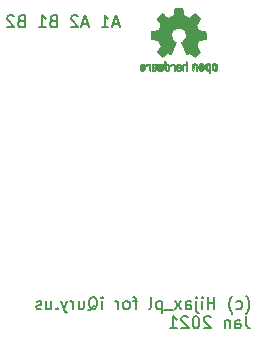
<source format=gbo>
G04 #@! TF.GenerationSoftware,KiCad,Pcbnew,5.99.0-unknown-50e22de3ba~107~ubuntu20.04.1*
G04 #@! TF.CreationDate,2021-01-18T16:46:35-08:00*
G04 #@! TF.ProjectId,DRV-StepStick,4452562d-5374-4657-9053-7469636b2e6b,rev?*
G04 #@! TF.SameCoordinates,PX67f3540PY6cb8080*
G04 #@! TF.FileFunction,Legend,Bot*
G04 #@! TF.FilePolarity,Positive*
%FSLAX46Y46*%
G04 Gerber Fmt 4.6, Leading zero omitted, Abs format (unit mm)*
G04 Created by KiCad (PCBNEW 5.99.0-unknown-50e22de3ba~107~ubuntu20.04.1) date 2021-01-18 16:46:35*
%MOMM*%
%LPD*%
G01*
G04 APERTURE LIST*
%ADD10C,0.150000*%
%ADD11C,0.010000*%
G04 APERTURE END LIST*
D10*
X35718690Y13091667D02*
X35766309Y13139286D01*
X35861547Y13282143D01*
X35909166Y13377381D01*
X35956785Y13520239D01*
X36004404Y13758334D01*
X36004404Y13948810D01*
X35956785Y14186905D01*
X35909166Y14329762D01*
X35861547Y14425000D01*
X35766309Y14567858D01*
X35718690Y14615477D01*
X34909166Y13520239D02*
X35004404Y13472620D01*
X35194880Y13472620D01*
X35290119Y13520239D01*
X35337738Y13567858D01*
X35385357Y13663096D01*
X35385357Y13948810D01*
X35337738Y14044048D01*
X35290119Y14091667D01*
X35194880Y14139286D01*
X35004404Y14139286D01*
X34909166Y14091667D01*
X34575833Y13091667D02*
X34528214Y13139286D01*
X34432976Y13282143D01*
X34385357Y13377381D01*
X34337738Y13520239D01*
X34290119Y13758334D01*
X34290119Y13948810D01*
X34337738Y14186905D01*
X34385357Y14329762D01*
X34432976Y14425000D01*
X34528214Y14567858D01*
X34575833Y14615477D01*
X33052023Y13472620D02*
X33052023Y14472620D01*
X33052023Y13996429D02*
X32480595Y13996429D01*
X32480595Y13472620D02*
X32480595Y14472620D01*
X32004404Y13472620D02*
X32004404Y14139286D01*
X32004404Y14472620D02*
X32052023Y14425000D01*
X32004404Y14377381D01*
X31956785Y14425000D01*
X32004404Y14472620D01*
X32004404Y14377381D01*
X31528214Y14139286D02*
X31528214Y13282143D01*
X31575833Y13186905D01*
X31671071Y13139286D01*
X31718690Y13139286D01*
X31528214Y14472620D02*
X31575833Y14425000D01*
X31528214Y14377381D01*
X31480595Y14425000D01*
X31528214Y14472620D01*
X31528214Y14377381D01*
X30623452Y13472620D02*
X30623452Y13996429D01*
X30671071Y14091667D01*
X30766309Y14139286D01*
X30956785Y14139286D01*
X31052023Y14091667D01*
X30623452Y13520239D02*
X30718690Y13472620D01*
X30956785Y13472620D01*
X31052023Y13520239D01*
X31099642Y13615477D01*
X31099642Y13710715D01*
X31052023Y13805953D01*
X30956785Y13853572D01*
X30718690Y13853572D01*
X30623452Y13901191D01*
X30242500Y13472620D02*
X29718690Y14139286D01*
X30242500Y14139286D02*
X29718690Y13472620D01*
X29575833Y13377381D02*
X28813928Y13377381D01*
X28575833Y14139286D02*
X28575833Y13139286D01*
X28575833Y14091667D02*
X28480595Y14139286D01*
X28290119Y14139286D01*
X28194880Y14091667D01*
X28147261Y14044048D01*
X28099642Y13948810D01*
X28099642Y13663096D01*
X28147261Y13567858D01*
X28194880Y13520239D01*
X28290119Y13472620D01*
X28480595Y13472620D01*
X28575833Y13520239D01*
X27528214Y13472620D02*
X27623452Y13520239D01*
X27671071Y13615477D01*
X27671071Y14472620D01*
X26528214Y14139286D02*
X26147261Y14139286D01*
X26385357Y13472620D02*
X26385357Y14329762D01*
X26337738Y14425000D01*
X26242500Y14472620D01*
X26147261Y14472620D01*
X25671071Y13472620D02*
X25766309Y13520239D01*
X25813928Y13567858D01*
X25861547Y13663096D01*
X25861547Y13948810D01*
X25813928Y14044048D01*
X25766309Y14091667D01*
X25671071Y14139286D01*
X25528214Y14139286D01*
X25432976Y14091667D01*
X25385357Y14044048D01*
X25337738Y13948810D01*
X25337738Y13663096D01*
X25385357Y13567858D01*
X25432976Y13520239D01*
X25528214Y13472620D01*
X25671071Y13472620D01*
X24909166Y13472620D02*
X24909166Y14139286D01*
X24909166Y13948810D02*
X24861547Y14044048D01*
X24813928Y14091667D01*
X24718690Y14139286D01*
X24623452Y14139286D01*
X23528214Y13472620D02*
X23528214Y14139286D01*
X23528214Y14472620D02*
X23575833Y14425000D01*
X23528214Y14377381D01*
X23480595Y14425000D01*
X23528214Y14472620D01*
X23528214Y14377381D01*
X22385357Y13377381D02*
X22480595Y13425000D01*
X22575833Y13520239D01*
X22718690Y13663096D01*
X22813928Y13710715D01*
X22909166Y13710715D01*
X22861547Y13472620D02*
X22956785Y13520239D01*
X23052023Y13615477D01*
X23099642Y13805953D01*
X23099642Y14139286D01*
X23052023Y14329762D01*
X22956785Y14425000D01*
X22861547Y14472620D01*
X22671071Y14472620D01*
X22575833Y14425000D01*
X22480595Y14329762D01*
X22432976Y14139286D01*
X22432976Y13805953D01*
X22480595Y13615477D01*
X22575833Y13520239D01*
X22671071Y13472620D01*
X22861547Y13472620D01*
X21575833Y14139286D02*
X21575833Y13472620D01*
X22004404Y14139286D02*
X22004404Y13615477D01*
X21956785Y13520239D01*
X21861547Y13472620D01*
X21718690Y13472620D01*
X21623452Y13520239D01*
X21575833Y13567858D01*
X21099642Y13472620D02*
X21099642Y14139286D01*
X21099642Y13948810D02*
X21052023Y14044048D01*
X21004404Y14091667D01*
X20909166Y14139286D01*
X20813928Y14139286D01*
X20575833Y14139286D02*
X20337738Y13472620D01*
X20099642Y14139286D02*
X20337738Y13472620D01*
X20432976Y13234524D01*
X20480595Y13186905D01*
X20575833Y13139286D01*
X19718690Y13567858D02*
X19671071Y13520239D01*
X19718690Y13472620D01*
X19766309Y13520239D01*
X19718690Y13567858D01*
X19718690Y13472620D01*
X18813928Y14139286D02*
X18813928Y13472620D01*
X19242500Y14139286D02*
X19242500Y13615477D01*
X19194880Y13520239D01*
X19099642Y13472620D01*
X18956785Y13472620D01*
X18861547Y13520239D01*
X18813928Y13567858D01*
X18385357Y13520239D02*
X18290119Y13472620D01*
X18099642Y13472620D01*
X18004404Y13520239D01*
X17956785Y13615477D01*
X17956785Y13663096D01*
X18004404Y13758334D01*
X18099642Y13805953D01*
X18242500Y13805953D01*
X18337738Y13853572D01*
X18385357Y13948810D01*
X18385357Y13996429D01*
X18337738Y14091667D01*
X18242500Y14139286D01*
X18099642Y14139286D01*
X18004404Y14091667D01*
X35718690Y12862620D02*
X35718690Y12148334D01*
X35766309Y12005477D01*
X35861547Y11910239D01*
X36004404Y11862620D01*
X36099642Y11862620D01*
X34813928Y11862620D02*
X34813928Y12386429D01*
X34861547Y12481667D01*
X34956785Y12529286D01*
X35147261Y12529286D01*
X35242500Y12481667D01*
X34813928Y11910239D02*
X34909166Y11862620D01*
X35147261Y11862620D01*
X35242500Y11910239D01*
X35290119Y12005477D01*
X35290119Y12100715D01*
X35242500Y12195953D01*
X35147261Y12243572D01*
X34909166Y12243572D01*
X34813928Y12291191D01*
X34337738Y12529286D02*
X34337738Y11862620D01*
X34337738Y12434048D02*
X34290119Y12481667D01*
X34194880Y12529286D01*
X34052023Y12529286D01*
X33956785Y12481667D01*
X33909166Y12386429D01*
X33909166Y11862620D01*
X32718690Y12767381D02*
X32671071Y12815000D01*
X32575833Y12862620D01*
X32337738Y12862620D01*
X32242500Y12815000D01*
X32194880Y12767381D01*
X32147261Y12672143D01*
X32147261Y12576905D01*
X32194880Y12434048D01*
X32766309Y11862620D01*
X32147261Y11862620D01*
X31528214Y12862620D02*
X31432976Y12862620D01*
X31337738Y12815000D01*
X31290119Y12767381D01*
X31242500Y12672143D01*
X31194880Y12481667D01*
X31194880Y12243572D01*
X31242500Y12053096D01*
X31290119Y11957858D01*
X31337738Y11910239D01*
X31432976Y11862620D01*
X31528214Y11862620D01*
X31623452Y11910239D01*
X31671071Y11957858D01*
X31718690Y12053096D01*
X31766309Y12243572D01*
X31766309Y12481667D01*
X31718690Y12672143D01*
X31671071Y12767381D01*
X31623452Y12815000D01*
X31528214Y12862620D01*
X30813928Y12767381D02*
X30766309Y12815000D01*
X30671071Y12862620D01*
X30432976Y12862620D01*
X30337738Y12815000D01*
X30290119Y12767381D01*
X30242500Y12672143D01*
X30242500Y12576905D01*
X30290119Y12434048D01*
X30861547Y11862620D01*
X30242500Y11862620D01*
X29290119Y11862620D02*
X29861547Y11862620D01*
X29575833Y11862620D02*
X29575833Y12862620D01*
X29671071Y12719762D01*
X29766309Y12624524D01*
X29861547Y12576905D01*
X24916547Y37633334D02*
X24440357Y37633334D01*
X25011785Y37347620D02*
X24678452Y38347620D01*
X24345119Y37347620D01*
X23487976Y37347620D02*
X24059404Y37347620D01*
X23773690Y37347620D02*
X23773690Y38347620D01*
X23868928Y38204762D01*
X23964166Y38109524D01*
X24059404Y38061905D01*
X22345119Y37633334D02*
X21868928Y37633334D01*
X22440357Y37347620D02*
X22107023Y38347620D01*
X21773690Y37347620D01*
X21487976Y38252381D02*
X21440357Y38300000D01*
X21345119Y38347620D01*
X21107023Y38347620D01*
X21011785Y38300000D01*
X20964166Y38252381D01*
X20916547Y38157143D01*
X20916547Y38061905D01*
X20964166Y37919048D01*
X21535595Y37347620D01*
X20916547Y37347620D01*
X19392738Y37871429D02*
X19249880Y37823810D01*
X19202261Y37776191D01*
X19154642Y37680953D01*
X19154642Y37538096D01*
X19202261Y37442858D01*
X19249880Y37395239D01*
X19345119Y37347620D01*
X19726071Y37347620D01*
X19726071Y38347620D01*
X19392738Y38347620D01*
X19297500Y38300000D01*
X19249880Y38252381D01*
X19202261Y38157143D01*
X19202261Y38061905D01*
X19249880Y37966667D01*
X19297500Y37919048D01*
X19392738Y37871429D01*
X19726071Y37871429D01*
X18202261Y37347620D02*
X18773690Y37347620D01*
X18487976Y37347620D02*
X18487976Y38347620D01*
X18583214Y38204762D01*
X18678452Y38109524D01*
X18773690Y38061905D01*
X16678452Y37871429D02*
X16535595Y37823810D01*
X16487976Y37776191D01*
X16440357Y37680953D01*
X16440357Y37538096D01*
X16487976Y37442858D01*
X16535595Y37395239D01*
X16630833Y37347620D01*
X17011785Y37347620D01*
X17011785Y38347620D01*
X16678452Y38347620D01*
X16583214Y38300000D01*
X16535595Y38252381D01*
X16487976Y38157143D01*
X16487976Y38061905D01*
X16535595Y37966667D01*
X16583214Y37919048D01*
X16678452Y37871429D01*
X17011785Y37871429D01*
X16059404Y38252381D02*
X16011785Y38300000D01*
X15916547Y38347620D01*
X15678452Y38347620D01*
X15583214Y38300000D01*
X15535595Y38252381D01*
X15487976Y38157143D01*
X15487976Y38061905D01*
X15535595Y37919048D01*
X16107023Y37347620D01*
X15487976Y37347620D01*
D11*
X26846405Y34233034D02*
X26788979Y34195503D01*
X26788979Y34195503D02*
X26761281Y34161904D01*
X26761281Y34161904D02*
X26739338Y34100936D01*
X26739338Y34100936D02*
X26737595Y34052692D01*
X26737595Y34052692D02*
X26741543Y33988184D01*
X26741543Y33988184D02*
X26890314Y33923066D01*
X26890314Y33923066D02*
X26962651Y33889798D01*
X26962651Y33889798D02*
X27009916Y33863036D01*
X27009916Y33863036D02*
X27034493Y33839856D01*
X27034493Y33839856D02*
X27038763Y33817333D01*
X27038763Y33817333D02*
X27025111Y33792545D01*
X27025111Y33792545D02*
X27010057Y33776114D01*
X27010057Y33776114D02*
X26966254Y33749765D01*
X26966254Y33749765D02*
X26918611Y33747919D01*
X26918611Y33747919D02*
X26874855Y33768454D01*
X26874855Y33768454D02*
X26842711Y33809248D01*
X26842711Y33809248D02*
X26836962Y33823653D01*
X26836962Y33823653D02*
X26809424Y33868644D01*
X26809424Y33868644D02*
X26777742Y33887818D01*
X26777742Y33887818D02*
X26734286Y33904221D01*
X26734286Y33904221D02*
X26734286Y33842034D01*
X26734286Y33842034D02*
X26738128Y33799717D01*
X26738128Y33799717D02*
X26753177Y33764031D01*
X26753177Y33764031D02*
X26784720Y33723057D01*
X26784720Y33723057D02*
X26789408Y33717733D01*
X26789408Y33717733D02*
X26824494Y33681280D01*
X26824494Y33681280D02*
X26854653Y33661717D01*
X26854653Y33661717D02*
X26892385Y33652717D01*
X26892385Y33652717D02*
X26923665Y33649770D01*
X26923665Y33649770D02*
X26979615Y33649035D01*
X26979615Y33649035D02*
X27019445Y33658340D01*
X27019445Y33658340D02*
X27044292Y33672154D01*
X27044292Y33672154D02*
X27083344Y33702533D01*
X27083344Y33702533D02*
X27110375Y33735387D01*
X27110375Y33735387D02*
X27127483Y33776706D01*
X27127483Y33776706D02*
X27136762Y33832479D01*
X27136762Y33832479D02*
X27140307Y33908695D01*
X27140307Y33908695D02*
X27140590Y33947378D01*
X27140590Y33947378D02*
X27139628Y33993753D01*
X27139628Y33993753D02*
X27051993Y33993753D01*
X27051993Y33993753D02*
X27050977Y33968874D01*
X27050977Y33968874D02*
X27048444Y33964800D01*
X27048444Y33964800D02*
X27031726Y33970335D01*
X27031726Y33970335D02*
X26995751Y33984983D01*
X26995751Y33984983D02*
X26947669Y34005810D01*
X26947669Y34005810D02*
X26937614Y34010286D01*
X26937614Y34010286D02*
X26876848Y34041186D01*
X26876848Y34041186D02*
X26843368Y34068343D01*
X26843368Y34068343D02*
X26836010Y34093780D01*
X26836010Y34093780D02*
X26853609Y34119519D01*
X26853609Y34119519D02*
X26868144Y34130891D01*
X26868144Y34130891D02*
X26920590Y34153636D01*
X26920590Y34153636D02*
X26969678Y34149878D01*
X26969678Y34149878D02*
X27010773Y34122116D01*
X27010773Y34122116D02*
X27039242Y34072848D01*
X27039242Y34072848D02*
X27048369Y34033743D01*
X27048369Y34033743D02*
X27051993Y33993753D01*
X27051993Y33993753D02*
X27139628Y33993753D01*
X27139628Y33993753D02*
X27138715Y34037751D01*
X27138715Y34037751D02*
X27131804Y34104616D01*
X27131804Y34104616D02*
X27118116Y34153305D01*
X27118116Y34153305D02*
X27095904Y34189151D01*
X27095904Y34189151D02*
X27063426Y34217487D01*
X27063426Y34217487D02*
X27049267Y34226645D01*
X27049267Y34226645D02*
X26984947Y34250493D01*
X26984947Y34250493D02*
X26914527Y34251994D01*
X26914527Y34251994D02*
X26846405Y34233034D01*
X26846405Y34233034D02*
X26846405Y34233034D01*
G36*
X27140307Y33908695D02*
G01*
X27136762Y33832479D01*
X27127483Y33776706D01*
X27110375Y33735387D01*
X27083344Y33702533D01*
X27044292Y33672154D01*
X27019445Y33658340D01*
X26979615Y33649035D01*
X26923665Y33649770D01*
X26892385Y33652717D01*
X26854653Y33661717D01*
X26824494Y33681280D01*
X26789408Y33717733D01*
X26784720Y33723057D01*
X26753177Y33764031D01*
X26738128Y33799717D01*
X26734286Y33842034D01*
X26734286Y33904221D01*
X26777742Y33887818D01*
X26809424Y33868644D01*
X26836962Y33823653D01*
X26842711Y33809248D01*
X26874855Y33768454D01*
X26918611Y33747919D01*
X26966254Y33749765D01*
X27010057Y33776114D01*
X27025111Y33792545D01*
X27038763Y33817333D01*
X27034493Y33839856D01*
X27009916Y33863036D01*
X26962651Y33889798D01*
X26890314Y33923066D01*
X26741543Y33988184D01*
X26737595Y34052692D01*
X26739079Y34093780D01*
X26836010Y34093780D01*
X26843368Y34068343D01*
X26876848Y34041186D01*
X26937614Y34010286D01*
X26947669Y34005810D01*
X26995751Y33984983D01*
X27031726Y33970335D01*
X27048444Y33964800D01*
X27050977Y33968874D01*
X27051993Y33993753D01*
X27048369Y34033743D01*
X27039242Y34072848D01*
X27010773Y34122116D01*
X26969678Y34149878D01*
X26920590Y34153636D01*
X26868144Y34130891D01*
X26853609Y34119519D01*
X26836010Y34093780D01*
X26739079Y34093780D01*
X26739338Y34100936D01*
X26761281Y34161904D01*
X26788979Y34195503D01*
X26846405Y34233034D01*
X26914527Y34251994D01*
X26984947Y34250493D01*
X27049267Y34226645D01*
X27063426Y34217487D01*
X27095904Y34189151D01*
X27118116Y34153305D01*
X27131804Y34104616D01*
X27138715Y34037751D01*
X27139628Y33993753D01*
X27140590Y33947378D01*
X27140307Y33908695D01*
G37*
X27140307Y33908695D02*
X27136762Y33832479D01*
X27127483Y33776706D01*
X27110375Y33735387D01*
X27083344Y33702533D01*
X27044292Y33672154D01*
X27019445Y33658340D01*
X26979615Y33649035D01*
X26923665Y33649770D01*
X26892385Y33652717D01*
X26854653Y33661717D01*
X26824494Y33681280D01*
X26789408Y33717733D01*
X26784720Y33723057D01*
X26753177Y33764031D01*
X26738128Y33799717D01*
X26734286Y33842034D01*
X26734286Y33904221D01*
X26777742Y33887818D01*
X26809424Y33868644D01*
X26836962Y33823653D01*
X26842711Y33809248D01*
X26874855Y33768454D01*
X26918611Y33747919D01*
X26966254Y33749765D01*
X27010057Y33776114D01*
X27025111Y33792545D01*
X27038763Y33817333D01*
X27034493Y33839856D01*
X27009916Y33863036D01*
X26962651Y33889798D01*
X26890314Y33923066D01*
X26741543Y33988184D01*
X26737595Y34052692D01*
X26739079Y34093780D01*
X26836010Y34093780D01*
X26843368Y34068343D01*
X26876848Y34041186D01*
X26937614Y34010286D01*
X26947669Y34005810D01*
X26995751Y33984983D01*
X27031726Y33970335D01*
X27048444Y33964800D01*
X27050977Y33968874D01*
X27051993Y33993753D01*
X27048369Y34033743D01*
X27039242Y34072848D01*
X27010773Y34122116D01*
X26969678Y34149878D01*
X26920590Y34153636D01*
X26868144Y34130891D01*
X26853609Y34119519D01*
X26836010Y34093780D01*
X26739079Y34093780D01*
X26739338Y34100936D01*
X26761281Y34161904D01*
X26788979Y34195503D01*
X26846405Y34233034D01*
X26914527Y34251994D01*
X26984947Y34250493D01*
X27049267Y34226645D01*
X27063426Y34217487D01*
X27095904Y34189151D01*
X27118116Y34153305D01*
X27131804Y34104616D01*
X27138715Y34037751D01*
X27139628Y33993753D01*
X27140590Y33947378D01*
X27140307Y33908695D01*
X31283907Y34272220D02*
X31237328Y34245277D01*
X31237328Y34245277D02*
X31204943Y34218534D01*
X31204943Y34218534D02*
X31181258Y34190516D01*
X31181258Y34190516D02*
X31164941Y34156252D01*
X31164941Y34156252D02*
X31154661Y34110773D01*
X31154661Y34110773D02*
X31149086Y34049108D01*
X31149086Y34049108D02*
X31146884Y33966289D01*
X31146884Y33966289D02*
X31146629Y33906754D01*
X31146629Y33906754D02*
X31146629Y33687609D01*
X31146629Y33687609D02*
X31208314Y33659956D01*
X31208314Y33659956D02*
X31270000Y33632303D01*
X31270000Y33632303D02*
X31277257Y33872330D01*
X31277257Y33872330D02*
X31280256Y33961972D01*
X31280256Y33961972D02*
X31283402Y34027038D01*
X31283402Y34027038D02*
X31287299Y34071974D01*
X31287299Y34071974D02*
X31292553Y34101230D01*
X31292553Y34101230D02*
X31299769Y34119252D01*
X31299769Y34119252D02*
X31309550Y34130489D01*
X31309550Y34130489D02*
X31312688Y34132921D01*
X31312688Y34132921D02*
X31360239Y34151917D01*
X31360239Y34151917D02*
X31408303Y34144400D01*
X31408303Y34144400D02*
X31436914Y34124457D01*
X31436914Y34124457D02*
X31448553Y34110325D01*
X31448553Y34110325D02*
X31456609Y34091780D01*
X31456609Y34091780D02*
X31461729Y34063666D01*
X31461729Y34063666D02*
X31464559Y34020827D01*
X31464559Y34020827D02*
X31465744Y33958105D01*
X31465744Y33958105D02*
X31465943Y33892739D01*
X31465943Y33892739D02*
X31465982Y33810732D01*
X31465982Y33810732D02*
X31467386Y33752684D01*
X31467386Y33752684D02*
X31472086Y33713535D01*
X31472086Y33713535D02*
X31482013Y33688220D01*
X31482013Y33688220D02*
X31499097Y33671677D01*
X31499097Y33671677D02*
X31525268Y33658844D01*
X31525268Y33658844D02*
X31560225Y33645509D01*
X31560225Y33645509D02*
X31598404Y33630993D01*
X31598404Y33630993D02*
X31593859Y33888611D01*
X31593859Y33888611D02*
X31592029Y33981481D01*
X31592029Y33981481D02*
X31589888Y34050111D01*
X31589888Y34050111D02*
X31586819Y34099289D01*
X31586819Y34099289D02*
X31582206Y34133802D01*
X31582206Y34133802D02*
X31575432Y34158438D01*
X31575432Y34158438D02*
X31565881Y34177984D01*
X31565881Y34177984D02*
X31554366Y34195230D01*
X31554366Y34195230D02*
X31498810Y34250320D01*
X31498810Y34250320D02*
X31431020Y34282178D01*
X31431020Y34282178D02*
X31357287Y34289809D01*
X31357287Y34289809D02*
X31283907Y34272220D01*
X31283907Y34272220D02*
X31283907Y34272220D01*
G36*
X31431020Y34282178D02*
G01*
X31498810Y34250320D01*
X31554366Y34195230D01*
X31565881Y34177984D01*
X31575432Y34158438D01*
X31582206Y34133802D01*
X31586819Y34099289D01*
X31589888Y34050111D01*
X31592029Y33981481D01*
X31593859Y33888611D01*
X31598404Y33630993D01*
X31560225Y33645509D01*
X31525268Y33658844D01*
X31499097Y33671677D01*
X31482013Y33688220D01*
X31472086Y33713535D01*
X31467386Y33752684D01*
X31465982Y33810732D01*
X31465943Y33892739D01*
X31465744Y33958105D01*
X31464559Y34020827D01*
X31461729Y34063666D01*
X31456609Y34091780D01*
X31448553Y34110325D01*
X31436914Y34124457D01*
X31408303Y34144400D01*
X31360239Y34151917D01*
X31312688Y34132921D01*
X31309550Y34130489D01*
X31299769Y34119252D01*
X31292553Y34101230D01*
X31287299Y34071974D01*
X31283402Y34027038D01*
X31280256Y33961972D01*
X31277257Y33872330D01*
X31270000Y33632303D01*
X31208314Y33659956D01*
X31146629Y33687609D01*
X31146629Y33906754D01*
X31146884Y33966289D01*
X31149086Y34049108D01*
X31154661Y34110773D01*
X31164941Y34156252D01*
X31181258Y34190516D01*
X31204943Y34218534D01*
X31237328Y34245277D01*
X31283907Y34272220D01*
X31357287Y34289809D01*
X31431020Y34282178D01*
G37*
X31431020Y34282178D02*
X31498810Y34250320D01*
X31554366Y34195230D01*
X31565881Y34177984D01*
X31575432Y34158438D01*
X31582206Y34133802D01*
X31586819Y34099289D01*
X31589888Y34050111D01*
X31592029Y33981481D01*
X31593859Y33888611D01*
X31598404Y33630993D01*
X31560225Y33645509D01*
X31525268Y33658844D01*
X31499097Y33671677D01*
X31482013Y33688220D01*
X31472086Y33713535D01*
X31467386Y33752684D01*
X31465982Y33810732D01*
X31465943Y33892739D01*
X31465744Y33958105D01*
X31464559Y34020827D01*
X31461729Y34063666D01*
X31456609Y34091780D01*
X31448553Y34110325D01*
X31436914Y34124457D01*
X31408303Y34144400D01*
X31360239Y34151917D01*
X31312688Y34132921D01*
X31309550Y34130489D01*
X31299769Y34119252D01*
X31292553Y34101230D01*
X31287299Y34071974D01*
X31283402Y34027038D01*
X31280256Y33961972D01*
X31277257Y33872330D01*
X31270000Y33632303D01*
X31208314Y33659956D01*
X31146629Y33687609D01*
X31146629Y33906754D01*
X31146884Y33966289D01*
X31149086Y34049108D01*
X31154661Y34110773D01*
X31164941Y34156252D01*
X31181258Y34190516D01*
X31204943Y34218534D01*
X31237328Y34245277D01*
X31283907Y34272220D01*
X31357287Y34289809D01*
X31431020Y34282178D01*
X28809883Y34134642D02*
X28810067Y34026163D01*
X28810067Y34026163D02*
X28810781Y33942713D01*
X28810781Y33942713D02*
X28812325Y33880296D01*
X28812325Y33880296D02*
X28814999Y33834915D01*
X28814999Y33834915D02*
X28819106Y33802571D01*
X28819106Y33802571D02*
X28824945Y33779267D01*
X28824945Y33779267D02*
X28832818Y33761005D01*
X28832818Y33761005D02*
X28838779Y33750582D01*
X28838779Y33750582D02*
X28888145Y33694055D01*
X28888145Y33694055D02*
X28950736Y33658623D01*
X28950736Y33658623D02*
X29019987Y33645910D01*
X29019987Y33645910D02*
X29089332Y33657537D01*
X29089332Y33657537D02*
X29130625Y33678432D01*
X29130625Y33678432D02*
X29173975Y33714578D01*
X29173975Y33714578D02*
X29203519Y33758724D01*
X29203519Y33758724D02*
X29221345Y33816538D01*
X29221345Y33816538D02*
X29229537Y33893687D01*
X29229537Y33893687D02*
X29230698Y33950286D01*
X29230698Y33950286D02*
X29230542Y33954353D01*
X29230542Y33954353D02*
X29129143Y33954353D01*
X29129143Y33954353D02*
X29128524Y33889450D01*
X29128524Y33889450D02*
X29125686Y33846486D01*
X29125686Y33846486D02*
X29119160Y33818378D01*
X29119160Y33818378D02*
X29107477Y33798047D01*
X29107477Y33798047D02*
X29093517Y33782712D01*
X29093517Y33782712D02*
X29046635Y33753110D01*
X29046635Y33753110D02*
X28996299Y33750581D01*
X28996299Y33750581D02*
X28948724Y33775295D01*
X28948724Y33775295D02*
X28945021Y33778644D01*
X28945021Y33778644D02*
X28929217Y33796065D01*
X28929217Y33796065D02*
X28919307Y33816791D01*
X28919307Y33816791D02*
X28913942Y33847638D01*
X28913942Y33847638D02*
X28911772Y33895423D01*
X28911772Y33895423D02*
X28911429Y33948252D01*
X28911429Y33948252D02*
X28912173Y34014619D01*
X28912173Y34014619D02*
X28915252Y34058894D01*
X28915252Y34058894D02*
X28921939Y34087991D01*
X28921939Y34087991D02*
X28933504Y34108827D01*
X28933504Y34108827D02*
X28942987Y34119893D01*
X28942987Y34119893D02*
X28987040Y34147802D01*
X28987040Y34147802D02*
X29037776Y34151157D01*
X29037776Y34151157D02*
X29086204Y34129841D01*
X29086204Y34129841D02*
X29095550Y34121927D01*
X29095550Y34121927D02*
X29111460Y34104353D01*
X29111460Y34104353D02*
X29121390Y34083413D01*
X29121390Y34083413D02*
X29126722Y34052218D01*
X29126722Y34052218D02*
X29128837Y34003878D01*
X29128837Y34003878D02*
X29129143Y33954353D01*
X29129143Y33954353D02*
X29230542Y33954353D01*
X29230542Y33954353D02*
X29227190Y34041432D01*
X29227190Y34041432D02*
X29215274Y34109914D01*
X29215274Y34109914D02*
X29192865Y34161400D01*
X29192865Y34161400D02*
X29157876Y34201557D01*
X29157876Y34201557D02*
X29130625Y34222139D01*
X29130625Y34222139D02*
X29081093Y34244375D01*
X29081093Y34244375D02*
X29023684Y34254696D01*
X29023684Y34254696D02*
X28970318Y34251933D01*
X28970318Y34251933D02*
X28940457Y34240788D01*
X28940457Y34240788D02*
X28928739Y34237617D01*
X28928739Y34237617D02*
X28920963Y34249443D01*
X28920963Y34249443D02*
X28915535Y34281134D01*
X28915535Y34281134D02*
X28911429Y34329407D01*
X28911429Y34329407D02*
X28906933Y34383171D01*
X28906933Y34383171D02*
X28900687Y34415518D01*
X28900687Y34415518D02*
X28889324Y34434015D01*
X28889324Y34434015D02*
X28869472Y34446230D01*
X28869472Y34446230D02*
X28857000Y34451638D01*
X28857000Y34451638D02*
X28809829Y34471399D01*
X28809829Y34471399D02*
X28809883Y34134642D01*
X28809883Y34134642D02*
X28809883Y34134642D01*
G36*
X29229537Y33893687D02*
G01*
X29221345Y33816538D01*
X29203519Y33758724D01*
X29173975Y33714578D01*
X29130625Y33678432D01*
X29089332Y33657537D01*
X29019987Y33645910D01*
X28950736Y33658623D01*
X28888145Y33694055D01*
X28838779Y33750582D01*
X28832818Y33761005D01*
X28824945Y33779267D01*
X28819106Y33802571D01*
X28814999Y33834915D01*
X28812325Y33880296D01*
X28810781Y33942713D01*
X28810734Y33948252D01*
X28911429Y33948252D01*
X28911772Y33895423D01*
X28913942Y33847638D01*
X28919307Y33816791D01*
X28929217Y33796065D01*
X28945021Y33778644D01*
X28948724Y33775295D01*
X28996299Y33750581D01*
X29046635Y33753110D01*
X29093517Y33782712D01*
X29107477Y33798047D01*
X29119160Y33818378D01*
X29125686Y33846486D01*
X29128524Y33889450D01*
X29129143Y33954353D01*
X29128837Y34003878D01*
X29126722Y34052218D01*
X29121390Y34083413D01*
X29111460Y34104353D01*
X29095550Y34121927D01*
X29086204Y34129841D01*
X29037776Y34151157D01*
X28987040Y34147802D01*
X28942987Y34119893D01*
X28933504Y34108827D01*
X28921939Y34087991D01*
X28915252Y34058894D01*
X28912173Y34014619D01*
X28911429Y33948252D01*
X28810734Y33948252D01*
X28810067Y34026163D01*
X28809883Y34134642D01*
X28809829Y34471399D01*
X28857000Y34451638D01*
X28869472Y34446230D01*
X28889324Y34434015D01*
X28900687Y34415518D01*
X28906933Y34383171D01*
X28911429Y34329407D01*
X28915535Y34281134D01*
X28920963Y34249443D01*
X28928739Y34237617D01*
X28940457Y34240788D01*
X28970318Y34251933D01*
X29023684Y34254696D01*
X29081093Y34244375D01*
X29130625Y34222139D01*
X29157876Y34201557D01*
X29192865Y34161400D01*
X29215274Y34109914D01*
X29227190Y34041432D01*
X29230542Y33954353D01*
X29230698Y33950286D01*
X29229537Y33893687D01*
G37*
X29229537Y33893687D02*
X29221345Y33816538D01*
X29203519Y33758724D01*
X29173975Y33714578D01*
X29130625Y33678432D01*
X29089332Y33657537D01*
X29019987Y33645910D01*
X28950736Y33658623D01*
X28888145Y33694055D01*
X28838779Y33750582D01*
X28832818Y33761005D01*
X28824945Y33779267D01*
X28819106Y33802571D01*
X28814999Y33834915D01*
X28812325Y33880296D01*
X28810781Y33942713D01*
X28810734Y33948252D01*
X28911429Y33948252D01*
X28911772Y33895423D01*
X28913942Y33847638D01*
X28919307Y33816791D01*
X28929217Y33796065D01*
X28945021Y33778644D01*
X28948724Y33775295D01*
X28996299Y33750581D01*
X29046635Y33753110D01*
X29093517Y33782712D01*
X29107477Y33798047D01*
X29119160Y33818378D01*
X29125686Y33846486D01*
X29128524Y33889450D01*
X29129143Y33954353D01*
X29128837Y34003878D01*
X29126722Y34052218D01*
X29121390Y34083413D01*
X29111460Y34104353D01*
X29095550Y34121927D01*
X29086204Y34129841D01*
X29037776Y34151157D01*
X28987040Y34147802D01*
X28942987Y34119893D01*
X28933504Y34108827D01*
X28921939Y34087991D01*
X28915252Y34058894D01*
X28912173Y34014619D01*
X28911429Y33948252D01*
X28810734Y33948252D01*
X28810067Y34026163D01*
X28809883Y34134642D01*
X28809829Y34471399D01*
X28857000Y34451638D01*
X28869472Y34446230D01*
X28889324Y34434015D01*
X28900687Y34415518D01*
X28906933Y34383171D01*
X28911429Y34329407D01*
X28915535Y34281134D01*
X28920963Y34249443D01*
X28928739Y34237617D01*
X28940457Y34240788D01*
X28970318Y34251933D01*
X29023684Y34254696D01*
X29081093Y34244375D01*
X29130625Y34222139D01*
X29157876Y34201557D01*
X29192865Y34161400D01*
X29215274Y34109914D01*
X29227190Y34041432D01*
X29230542Y33954353D01*
X29230698Y33950286D01*
X29229537Y33893687D01*
X27855124Y34243665D02*
X27813333Y34224656D01*
X27813333Y34224656D02*
X27780531Y34201622D01*
X27780531Y34201622D02*
X27756497Y34175867D01*
X27756497Y34175867D02*
X27739903Y34142642D01*
X27739903Y34142642D02*
X27729423Y34097200D01*
X27729423Y34097200D02*
X27723729Y34034793D01*
X27723729Y34034793D02*
X27721493Y33950673D01*
X27721493Y33950673D02*
X27721257Y33895279D01*
X27721257Y33895279D02*
X27721257Y33679174D01*
X27721257Y33679174D02*
X27758226Y33662330D01*
X27758226Y33662330D02*
X27787344Y33650019D01*
X27787344Y33650019D02*
X27801769Y33645486D01*
X27801769Y33645486D02*
X27804528Y33658975D01*
X27804528Y33658975D02*
X27806718Y33695347D01*
X27806718Y33695347D02*
X27808058Y33748458D01*
X27808058Y33748458D02*
X27808343Y33790628D01*
X27808343Y33790628D02*
X27809566Y33851553D01*
X27809566Y33851553D02*
X27812864Y33899885D01*
X27812864Y33899885D02*
X27817679Y33929482D01*
X27817679Y33929482D02*
X27821504Y33935771D01*
X27821504Y33935771D02*
X27847217Y33929348D01*
X27847217Y33929348D02*
X27887582Y33912875D01*
X27887582Y33912875D02*
X27934321Y33890542D01*
X27934321Y33890542D02*
X27979155Y33866543D01*
X27979155Y33866543D02*
X28013807Y33845070D01*
X28013807Y33845070D02*
X28029998Y33830315D01*
X28029998Y33830315D02*
X28030062Y33830155D01*
X28030062Y33830155D02*
X28028670Y33802848D01*
X28028670Y33802848D02*
X28016182Y33776781D01*
X28016182Y33776781D02*
X27994257Y33755608D01*
X27994257Y33755608D02*
X27962257Y33748526D01*
X27962257Y33748526D02*
X27934908Y33749351D01*
X27934908Y33749351D02*
X27896174Y33749958D01*
X27896174Y33749958D02*
X27875842Y33740884D01*
X27875842Y33740884D02*
X27863631Y33716908D01*
X27863631Y33716908D02*
X27862091Y33712387D01*
X27862091Y33712387D02*
X27856797Y33678194D01*
X27856797Y33678194D02*
X27870953Y33657432D01*
X27870953Y33657432D02*
X27907852Y33647538D01*
X27907852Y33647538D02*
X27947711Y33645708D01*
X27947711Y33645708D02*
X28019438Y33659273D01*
X28019438Y33659273D02*
X28056568Y33678645D01*
X28056568Y33678645D02*
X28102424Y33724155D01*
X28102424Y33724155D02*
X28126744Y33780017D01*
X28126744Y33780017D02*
X28128927Y33839043D01*
X28128927Y33839043D02*
X28108371Y33894047D01*
X28108371Y33894047D02*
X28077451Y33928514D01*
X28077451Y33928514D02*
X28046580Y33947811D01*
X28046580Y33947811D02*
X27998058Y33972241D01*
X27998058Y33972241D02*
X27941515Y33997015D01*
X27941515Y33997015D02*
X27932090Y34000801D01*
X27932090Y34000801D02*
X27869981Y34028209D01*
X27869981Y34028209D02*
X27834178Y34052366D01*
X27834178Y34052366D02*
X27822663Y34076381D01*
X27822663Y34076381D02*
X27833420Y34103365D01*
X27833420Y34103365D02*
X27851886Y34124457D01*
X27851886Y34124457D02*
X27895531Y34150428D01*
X27895531Y34150428D02*
X27943554Y34152376D01*
X27943554Y34152376D02*
X27987594Y34132363D01*
X27987594Y34132363D02*
X28019291Y34092449D01*
X28019291Y34092449D02*
X28023451Y34082152D01*
X28023451Y34082152D02*
X28047673Y34044276D01*
X28047673Y34044276D02*
X28083035Y34016158D01*
X28083035Y34016158D02*
X28127657Y33993083D01*
X28127657Y33993083D02*
X28127657Y34058515D01*
X28127657Y34058515D02*
X28125031Y34098494D01*
X28125031Y34098494D02*
X28113770Y34130003D01*
X28113770Y34130003D02*
X28088801Y34163622D01*
X28088801Y34163622D02*
X28064831Y34189516D01*
X28064831Y34189516D02*
X28027559Y34226183D01*
X28027559Y34226183D02*
X27998599Y34245879D01*
X27998599Y34245879D02*
X27967495Y34253780D01*
X27967495Y34253780D02*
X27932287Y34255086D01*
X27932287Y34255086D02*
X27855124Y34243665D01*
X27855124Y34243665D02*
X27855124Y34243665D01*
G36*
X27967495Y34253780D02*
G01*
X27998599Y34245879D01*
X28027559Y34226183D01*
X28064831Y34189516D01*
X28088801Y34163622D01*
X28113770Y34130003D01*
X28125031Y34098494D01*
X28127657Y34058515D01*
X28127657Y33993083D01*
X28083035Y34016158D01*
X28047673Y34044276D01*
X28023451Y34082152D01*
X28019291Y34092449D01*
X27987594Y34132363D01*
X27943554Y34152376D01*
X27895531Y34150428D01*
X27851886Y34124457D01*
X27833420Y34103365D01*
X27822663Y34076381D01*
X27834178Y34052366D01*
X27869981Y34028209D01*
X27932090Y34000801D01*
X27941515Y33997015D01*
X27998058Y33972241D01*
X28046580Y33947811D01*
X28077451Y33928514D01*
X28108371Y33894047D01*
X28128927Y33839043D01*
X28126744Y33780017D01*
X28102424Y33724155D01*
X28056568Y33678645D01*
X28019438Y33659273D01*
X27947711Y33645708D01*
X27907852Y33647538D01*
X27870953Y33657432D01*
X27856797Y33678194D01*
X27862091Y33712387D01*
X27863631Y33716908D01*
X27875842Y33740884D01*
X27896174Y33749958D01*
X27934908Y33749351D01*
X27962257Y33748526D01*
X27994257Y33755608D01*
X28016182Y33776781D01*
X28028670Y33802848D01*
X28030062Y33830155D01*
X28029998Y33830315D01*
X28013807Y33845070D01*
X27979155Y33866543D01*
X27934321Y33890542D01*
X27887582Y33912875D01*
X27847217Y33929348D01*
X27821504Y33935771D01*
X27817679Y33929482D01*
X27812864Y33899885D01*
X27809566Y33851553D01*
X27808343Y33790628D01*
X27808058Y33748458D01*
X27806718Y33695347D01*
X27804528Y33658975D01*
X27801769Y33645486D01*
X27787344Y33650019D01*
X27758226Y33662330D01*
X27721257Y33679174D01*
X27721257Y33895279D01*
X27721493Y33950673D01*
X27723729Y34034793D01*
X27729423Y34097200D01*
X27739903Y34142642D01*
X27756497Y34175867D01*
X27780531Y34201622D01*
X27813333Y34224656D01*
X27855124Y34243665D01*
X27932287Y34255086D01*
X27967495Y34253780D01*
G37*
X27967495Y34253780D02*
X27998599Y34245879D01*
X28027559Y34226183D01*
X28064831Y34189516D01*
X28088801Y34163622D01*
X28113770Y34130003D01*
X28125031Y34098494D01*
X28127657Y34058515D01*
X28127657Y33993083D01*
X28083035Y34016158D01*
X28047673Y34044276D01*
X28023451Y34082152D01*
X28019291Y34092449D01*
X27987594Y34132363D01*
X27943554Y34152376D01*
X27895531Y34150428D01*
X27851886Y34124457D01*
X27833420Y34103365D01*
X27822663Y34076381D01*
X27834178Y34052366D01*
X27869981Y34028209D01*
X27932090Y34000801D01*
X27941515Y33997015D01*
X27998058Y33972241D01*
X28046580Y33947811D01*
X28077451Y33928514D01*
X28108371Y33894047D01*
X28128927Y33839043D01*
X28126744Y33780017D01*
X28102424Y33724155D01*
X28056568Y33678645D01*
X28019438Y33659273D01*
X27947711Y33645708D01*
X27907852Y33647538D01*
X27870953Y33657432D01*
X27856797Y33678194D01*
X27862091Y33712387D01*
X27863631Y33716908D01*
X27875842Y33740884D01*
X27896174Y33749958D01*
X27934908Y33749351D01*
X27962257Y33748526D01*
X27994257Y33755608D01*
X28016182Y33776781D01*
X28028670Y33802848D01*
X28030062Y33830155D01*
X28029998Y33830315D01*
X28013807Y33845070D01*
X27979155Y33866543D01*
X27934321Y33890542D01*
X27887582Y33912875D01*
X27847217Y33929348D01*
X27821504Y33935771D01*
X27817679Y33929482D01*
X27812864Y33899885D01*
X27809566Y33851553D01*
X27808343Y33790628D01*
X27808058Y33748458D01*
X27806718Y33695347D01*
X27804528Y33658975D01*
X27801769Y33645486D01*
X27787344Y33650019D01*
X27758226Y33662330D01*
X27721257Y33679174D01*
X27721257Y33895279D01*
X27721493Y33950673D01*
X27723729Y34034793D01*
X27729423Y34097200D01*
X27739903Y34142642D01*
X27756497Y34175867D01*
X27780531Y34201622D01*
X27813333Y34224656D01*
X27855124Y34243665D01*
X27932287Y34255086D01*
X27967495Y34253780D01*
X27347400Y34241248D02*
X27330052Y34233666D01*
X27330052Y34233666D02*
X27288644Y34200872D01*
X27288644Y34200872D02*
X27253235Y34153453D01*
X27253235Y34153453D02*
X27231336Y34102849D01*
X27231336Y34102849D02*
X27227771Y34077902D01*
X27227771Y34077902D02*
X27239721Y34043073D01*
X27239721Y34043073D02*
X27265933Y34024643D01*
X27265933Y34024643D02*
X27294036Y34013484D01*
X27294036Y34013484D02*
X27306905Y34011428D01*
X27306905Y34011428D02*
X27313171Y34026351D01*
X27313171Y34026351D02*
X27325544Y34058825D01*
X27325544Y34058825D02*
X27330972Y34073498D01*
X27330972Y34073498D02*
X27361410Y34124256D01*
X27361410Y34124256D02*
X27405480Y34149573D01*
X27405480Y34149573D02*
X27461990Y34148794D01*
X27461990Y34148794D02*
X27466175Y34147797D01*
X27466175Y34147797D02*
X27496345Y34133493D01*
X27496345Y34133493D02*
X27518524Y34105607D01*
X27518524Y34105607D02*
X27533673Y34060713D01*
X27533673Y34060713D02*
X27542750Y33995385D01*
X27542750Y33995385D02*
X27546714Y33906196D01*
X27546714Y33906196D02*
X27547086Y33858739D01*
X27547086Y33858739D02*
X27547270Y33783929D01*
X27547270Y33783929D02*
X27548478Y33732931D01*
X27548478Y33732931D02*
X27551691Y33700529D01*
X27551691Y33700529D02*
X27557891Y33681505D01*
X27557891Y33681505D02*
X27568060Y33670644D01*
X27568060Y33670644D02*
X27583181Y33662728D01*
X27583181Y33662728D02*
X27584054Y33662330D01*
X27584054Y33662330D02*
X27613172Y33650019D01*
X27613172Y33650019D02*
X27627597Y33645486D01*
X27627597Y33645486D02*
X27629814Y33659191D01*
X27629814Y33659191D02*
X27631711Y33697075D01*
X27631711Y33697075D02*
X27633153Y33754285D01*
X27633153Y33754285D02*
X27634002Y33825973D01*
X27634002Y33825973D02*
X27634171Y33878435D01*
X27634171Y33878435D02*
X27633308Y33979953D01*
X27633308Y33979953D02*
X27629930Y34056968D01*
X27629930Y34056968D02*
X27622858Y34113977D01*
X27622858Y34113977D02*
X27610912Y34155474D01*
X27610912Y34155474D02*
X27592910Y34185957D01*
X27592910Y34185957D02*
X27567673Y34209920D01*
X27567673Y34209920D02*
X27542753Y34226645D01*
X27542753Y34226645D02*
X27482829Y34248903D01*
X27482829Y34248903D02*
X27413089Y34253924D01*
X27413089Y34253924D02*
X27347400Y34241248D01*
X27347400Y34241248D02*
X27347400Y34241248D01*
G36*
X27482829Y34248903D02*
G01*
X27542753Y34226645D01*
X27567673Y34209920D01*
X27592910Y34185957D01*
X27610912Y34155474D01*
X27622858Y34113977D01*
X27629930Y34056968D01*
X27633308Y33979953D01*
X27634171Y33878435D01*
X27634002Y33825973D01*
X27633153Y33754285D01*
X27631711Y33697075D01*
X27629814Y33659191D01*
X27627597Y33645486D01*
X27613172Y33650019D01*
X27584054Y33662330D01*
X27583181Y33662728D01*
X27568060Y33670644D01*
X27557891Y33681505D01*
X27551691Y33700529D01*
X27548478Y33732931D01*
X27547270Y33783929D01*
X27547086Y33858739D01*
X27546714Y33906196D01*
X27542750Y33995385D01*
X27533673Y34060713D01*
X27518524Y34105607D01*
X27496345Y34133493D01*
X27466175Y34147797D01*
X27461990Y34148794D01*
X27405480Y34149573D01*
X27361410Y34124256D01*
X27330972Y34073498D01*
X27325544Y34058825D01*
X27313171Y34026351D01*
X27306905Y34011428D01*
X27294036Y34013484D01*
X27265933Y34024643D01*
X27239721Y34043073D01*
X27227771Y34077902D01*
X27231336Y34102849D01*
X27253235Y34153453D01*
X27288644Y34200872D01*
X27330052Y34233666D01*
X27347400Y34241248D01*
X27413089Y34253924D01*
X27482829Y34248903D01*
G37*
X27482829Y34248903D02*
X27542753Y34226645D01*
X27567673Y34209920D01*
X27592910Y34185957D01*
X27610912Y34155474D01*
X27622858Y34113977D01*
X27629930Y34056968D01*
X27633308Y33979953D01*
X27634171Y33878435D01*
X27634002Y33825973D01*
X27633153Y33754285D01*
X27631711Y33697075D01*
X27629814Y33659191D01*
X27627597Y33645486D01*
X27613172Y33650019D01*
X27584054Y33662330D01*
X27583181Y33662728D01*
X27568060Y33670644D01*
X27557891Y33681505D01*
X27551691Y33700529D01*
X27548478Y33732931D01*
X27547270Y33783929D01*
X27547086Y33858739D01*
X27546714Y33906196D01*
X27542750Y33995385D01*
X27533673Y34060713D01*
X27518524Y34105607D01*
X27496345Y34133493D01*
X27466175Y34147797D01*
X27461990Y34148794D01*
X27405480Y34149573D01*
X27361410Y34124256D01*
X27330972Y34073498D01*
X27325544Y34058825D01*
X27313171Y34026351D01*
X27306905Y34011428D01*
X27294036Y34013484D01*
X27265933Y34024643D01*
X27239721Y34043073D01*
X27227771Y34077902D01*
X27231336Y34102849D01*
X27253235Y34153453D01*
X27288644Y34200872D01*
X27330052Y34233666D01*
X27347400Y34241248D01*
X27413089Y34253924D01*
X27482829Y34248903D01*
X32400256Y34280082D02*
X32344799Y34252432D01*
X32344799Y34252432D02*
X32295852Y34201520D01*
X32295852Y34201520D02*
X32282371Y34182662D01*
X32282371Y34182662D02*
X32267686Y34157985D01*
X32267686Y34157985D02*
X32258158Y34131184D01*
X32258158Y34131184D02*
X32252707Y34095413D01*
X32252707Y34095413D02*
X32250253Y34043831D01*
X32250253Y34043831D02*
X32249714Y33975733D01*
X32249714Y33975733D02*
X32252148Y33882412D01*
X32252148Y33882412D02*
X32260606Y33812343D01*
X32260606Y33812343D02*
X32276826Y33760069D01*
X32276826Y33760069D02*
X32302546Y33720131D01*
X32302546Y33720131D02*
X32339503Y33687071D01*
X32339503Y33687071D02*
X32342218Y33685114D01*
X32342218Y33685114D02*
X32378640Y33665092D01*
X32378640Y33665092D02*
X32422498Y33655185D01*
X32422498Y33655185D02*
X32478276Y33652743D01*
X32478276Y33652743D02*
X32568952Y33652743D01*
X32568952Y33652743D02*
X32568990Y33564717D01*
X32568990Y33564717D02*
X32569834Y33515692D01*
X32569834Y33515692D02*
X32574976Y33486935D01*
X32574976Y33486935D02*
X32588413Y33469689D01*
X32588413Y33469689D02*
X32614142Y33455192D01*
X32614142Y33455192D02*
X32620321Y33452231D01*
X32620321Y33452231D02*
X32649236Y33438352D01*
X32649236Y33438352D02*
X32671624Y33429586D01*
X32671624Y33429586D02*
X32688271Y33428829D01*
X32688271Y33428829D02*
X32699964Y33438977D01*
X32699964Y33438977D02*
X32707490Y33462927D01*
X32707490Y33462927D02*
X32711634Y33503574D01*
X32711634Y33503574D02*
X32713185Y33563814D01*
X32713185Y33563814D02*
X32712929Y33646545D01*
X32712929Y33646545D02*
X32711651Y33754661D01*
X32711651Y33754661D02*
X32711252Y33787000D01*
X32711252Y33787000D02*
X32709815Y33898476D01*
X32709815Y33898476D02*
X32708528Y33971397D01*
X32708528Y33971397D02*
X32569029Y33971397D01*
X32569029Y33971397D02*
X32568245Y33909501D01*
X32568245Y33909501D02*
X32564760Y33869003D01*
X32564760Y33869003D02*
X32556876Y33842292D01*
X32556876Y33842292D02*
X32542895Y33821756D01*
X32542895Y33821756D02*
X32533403Y33811740D01*
X32533403Y33811740D02*
X32494596Y33782433D01*
X32494596Y33782433D02*
X32460237Y33780048D01*
X32460237Y33780048D02*
X32424784Y33804250D01*
X32424784Y33804250D02*
X32423886Y33805143D01*
X32423886Y33805143D02*
X32409461Y33823847D01*
X32409461Y33823847D02*
X32400687Y33849268D01*
X32400687Y33849268D02*
X32396261Y33888416D01*
X32396261Y33888416D02*
X32394882Y33948303D01*
X32394882Y33948303D02*
X32394857Y33961570D01*
X32394857Y33961570D02*
X32398188Y34044099D01*
X32398188Y34044099D02*
X32409031Y34101309D01*
X32409031Y34101309D02*
X32428660Y34136234D01*
X32428660Y34136234D02*
X32458350Y34151906D01*
X32458350Y34151906D02*
X32475509Y34153486D01*
X32475509Y34153486D02*
X32516234Y34146074D01*
X32516234Y34146074D02*
X32544168Y34121670D01*
X32544168Y34121670D02*
X32560983Y34077020D01*
X32560983Y34077020D02*
X32568350Y34008870D01*
X32568350Y34008870D02*
X32569029Y33971397D01*
X32569029Y33971397D02*
X32708528Y33971397D01*
X32708528Y33971397D02*
X32708292Y33984755D01*
X32708292Y33984755D02*
X32706323Y34049667D01*
X32706323Y34049667D02*
X32703550Y34097042D01*
X32703550Y34097042D02*
X32699612Y34130710D01*
X32699612Y34130710D02*
X32694151Y34154502D01*
X32694151Y34154502D02*
X32686808Y34172247D01*
X32686808Y34172247D02*
X32677223Y34187776D01*
X32677223Y34187776D02*
X32673113Y34193619D01*
X32673113Y34193619D02*
X32618595Y34248815D01*
X32618595Y34248815D02*
X32549664Y34280110D01*
X32549664Y34280110D02*
X32469928Y34288835D01*
X32469928Y34288835D02*
X32400256Y34280082D01*
X32400256Y34280082D02*
X32400256Y34280082D01*
G36*
X32711252Y33787000D02*
G01*
X32711651Y33754661D01*
X32712929Y33646545D01*
X32713185Y33563814D01*
X32711634Y33503574D01*
X32707490Y33462927D01*
X32699964Y33438977D01*
X32688271Y33428829D01*
X32671624Y33429586D01*
X32649236Y33438352D01*
X32620321Y33452231D01*
X32614142Y33455192D01*
X32588413Y33469689D01*
X32574976Y33486935D01*
X32569834Y33515692D01*
X32568990Y33564717D01*
X32568952Y33652743D01*
X32478276Y33652743D01*
X32422498Y33655185D01*
X32378640Y33665092D01*
X32342218Y33685114D01*
X32339503Y33687071D01*
X32302546Y33720131D01*
X32276826Y33760069D01*
X32260606Y33812343D01*
X32252148Y33882412D01*
X32250083Y33961570D01*
X32394857Y33961570D01*
X32394882Y33948303D01*
X32396261Y33888416D01*
X32400687Y33849268D01*
X32409461Y33823847D01*
X32423886Y33805143D01*
X32424784Y33804250D01*
X32460237Y33780048D01*
X32494596Y33782433D01*
X32533403Y33811740D01*
X32542895Y33821756D01*
X32556876Y33842292D01*
X32564760Y33869003D01*
X32568245Y33909501D01*
X32569029Y33971397D01*
X32568350Y34008870D01*
X32560983Y34077020D01*
X32544168Y34121670D01*
X32516234Y34146074D01*
X32475509Y34153486D01*
X32458350Y34151906D01*
X32428660Y34136234D01*
X32409031Y34101309D01*
X32398188Y34044099D01*
X32394857Y33961570D01*
X32250083Y33961570D01*
X32249714Y33975733D01*
X32250253Y34043831D01*
X32252707Y34095413D01*
X32258158Y34131184D01*
X32267686Y34157985D01*
X32282371Y34182662D01*
X32295852Y34201520D01*
X32344799Y34252432D01*
X32400256Y34280082D01*
X32469928Y34288835D01*
X32549664Y34280110D01*
X32618595Y34248815D01*
X32673113Y34193619D01*
X32677223Y34187776D01*
X32686808Y34172247D01*
X32694151Y34154502D01*
X32699612Y34130710D01*
X32703550Y34097042D01*
X32706323Y34049667D01*
X32708292Y33984755D01*
X32708528Y33971397D01*
X32709815Y33898476D01*
X32711252Y33787000D01*
G37*
X32711252Y33787000D02*
X32711651Y33754661D01*
X32712929Y33646545D01*
X32713185Y33563814D01*
X32711634Y33503574D01*
X32707490Y33462927D01*
X32699964Y33438977D01*
X32688271Y33428829D01*
X32671624Y33429586D01*
X32649236Y33438352D01*
X32620321Y33452231D01*
X32614142Y33455192D01*
X32588413Y33469689D01*
X32574976Y33486935D01*
X32569834Y33515692D01*
X32568990Y33564717D01*
X32568952Y33652743D01*
X32478276Y33652743D01*
X32422498Y33655185D01*
X32378640Y33665092D01*
X32342218Y33685114D01*
X32339503Y33687071D01*
X32302546Y33720131D01*
X32276826Y33760069D01*
X32260606Y33812343D01*
X32252148Y33882412D01*
X32250083Y33961570D01*
X32394857Y33961570D01*
X32394882Y33948303D01*
X32396261Y33888416D01*
X32400687Y33849268D01*
X32409461Y33823847D01*
X32423886Y33805143D01*
X32424784Y33804250D01*
X32460237Y33780048D01*
X32494596Y33782433D01*
X32533403Y33811740D01*
X32542895Y33821756D01*
X32556876Y33842292D01*
X32564760Y33869003D01*
X32568245Y33909501D01*
X32569029Y33971397D01*
X32568350Y34008870D01*
X32560983Y34077020D01*
X32544168Y34121670D01*
X32516234Y34146074D01*
X32475509Y34153486D01*
X32458350Y34151906D01*
X32428660Y34136234D01*
X32409031Y34101309D01*
X32398188Y34044099D01*
X32394857Y33961570D01*
X32250083Y33961570D01*
X32249714Y33975733D01*
X32250253Y34043831D01*
X32252707Y34095413D01*
X32258158Y34131184D01*
X32267686Y34157985D01*
X32282371Y34182662D01*
X32295852Y34201520D01*
X32344799Y34252432D01*
X32400256Y34280082D01*
X32469928Y34288835D01*
X32549664Y34280110D01*
X32618595Y34248815D01*
X32673113Y34193619D01*
X32677223Y34187776D01*
X32686808Y34172247D01*
X32694151Y34154502D01*
X32699612Y34130710D01*
X32703550Y34097042D01*
X32706323Y34049667D01*
X32708292Y33984755D01*
X32708528Y33971397D01*
X32709815Y33898476D01*
X32711252Y33787000D01*
X29960256Y34249032D02*
X29903384Y34227913D01*
X29903384Y34227913D02*
X29902733Y34227507D01*
X29902733Y34227507D02*
X29867560Y34201620D01*
X29867560Y34201620D02*
X29841593Y34171367D01*
X29841593Y34171367D02*
X29823330Y34131942D01*
X29823330Y34131942D02*
X29811268Y34078538D01*
X29811268Y34078538D02*
X29803904Y34006349D01*
X29803904Y34006349D02*
X29799736Y33910568D01*
X29799736Y33910568D02*
X29799371Y33896922D01*
X29799371Y33896922D02*
X29794124Y33691158D01*
X29794124Y33691158D02*
X29838284Y33668322D01*
X29838284Y33668322D02*
X29870237Y33652890D01*
X29870237Y33652890D02*
X29889530Y33645577D01*
X29889530Y33645577D02*
X29890422Y33645486D01*
X29890422Y33645486D02*
X29893761Y33658978D01*
X29893761Y33658978D02*
X29896413Y33695374D01*
X29896413Y33695374D02*
X29898044Y33748548D01*
X29898044Y33748548D02*
X29898400Y33791607D01*
X29898400Y33791607D02*
X29898408Y33861359D01*
X29898408Y33861359D02*
X29901597Y33905163D01*
X29901597Y33905163D02*
X29912712Y33926056D01*
X29912712Y33926056D02*
X29936499Y33927075D01*
X29936499Y33927075D02*
X29977704Y33911259D01*
X29977704Y33911259D02*
X30039914Y33882185D01*
X30039914Y33882185D02*
X30085659Y33858037D01*
X30085659Y33858037D02*
X30109187Y33837087D01*
X30109187Y33837087D02*
X30116104Y33814253D01*
X30116104Y33814253D02*
X30116114Y33813123D01*
X30116114Y33813123D02*
X30104701Y33773788D01*
X30104701Y33773788D02*
X30070908Y33752538D01*
X30070908Y33752538D02*
X30019191Y33749461D01*
X30019191Y33749461D02*
X29981939Y33749994D01*
X29981939Y33749994D02*
X29962297Y33739265D01*
X29962297Y33739265D02*
X29950048Y33713495D01*
X29950048Y33713495D02*
X29942998Y33680663D01*
X29942998Y33680663D02*
X29953158Y33662034D01*
X29953158Y33662034D02*
X29956983Y33659368D01*
X29956983Y33659368D02*
X29992999Y33648660D01*
X29992999Y33648660D02*
X30043434Y33647144D01*
X30043434Y33647144D02*
X30095374Y33654241D01*
X30095374Y33654241D02*
X30132178Y33667212D01*
X30132178Y33667212D02*
X30183062Y33710415D01*
X30183062Y33710415D02*
X30211986Y33770554D01*
X30211986Y33770554D02*
X30217714Y33817538D01*
X30217714Y33817538D02*
X30213343Y33859918D01*
X30213343Y33859918D02*
X30197525Y33894512D01*
X30197525Y33894512D02*
X30166203Y33925237D01*
X30166203Y33925237D02*
X30115322Y33956010D01*
X30115322Y33956010D02*
X30040824Y33990748D01*
X30040824Y33990748D02*
X30036286Y33992712D01*
X30036286Y33992712D02*
X29969179Y34023713D01*
X29969179Y34023713D02*
X29927768Y34049138D01*
X29927768Y34049138D02*
X29910019Y34071986D01*
X29910019Y34071986D02*
X29913893Y34095255D01*
X29913893Y34095255D02*
X29937357Y34121944D01*
X29937357Y34121944D02*
X29944373Y34128086D01*
X29944373Y34128086D02*
X29991370Y34151900D01*
X29991370Y34151900D02*
X30040067Y34150897D01*
X30040067Y34150897D02*
X30082478Y34127549D01*
X30082478Y34127549D02*
X30110616Y34084325D01*
X30110616Y34084325D02*
X30113231Y34075840D01*
X30113231Y34075840D02*
X30138692Y34034692D01*
X30138692Y34034692D02*
X30170999Y34014872D01*
X30170999Y34014872D02*
X30217714Y33995230D01*
X30217714Y33995230D02*
X30217714Y34046050D01*
X30217714Y34046050D02*
X30203504Y34119918D01*
X30203504Y34119918D02*
X30161325Y34187673D01*
X30161325Y34187673D02*
X30139376Y34210339D01*
X30139376Y34210339D02*
X30089483Y34239431D01*
X30089483Y34239431D02*
X30026033Y34252600D01*
X30026033Y34252600D02*
X29960256Y34249032D01*
X29960256Y34249032D02*
X29960256Y34249032D01*
G36*
X30089483Y34239431D02*
G01*
X30139376Y34210339D01*
X30161325Y34187673D01*
X30203504Y34119918D01*
X30217714Y34046050D01*
X30217714Y33995230D01*
X30170999Y34014872D01*
X30138692Y34034692D01*
X30113231Y34075840D01*
X30110616Y34084325D01*
X30082478Y34127549D01*
X30040067Y34150897D01*
X29991370Y34151900D01*
X29944373Y34128086D01*
X29937357Y34121944D01*
X29913893Y34095255D01*
X29910019Y34071986D01*
X29927768Y34049138D01*
X29969179Y34023713D01*
X30036286Y33992712D01*
X30040824Y33990748D01*
X30115322Y33956010D01*
X30166203Y33925237D01*
X30197525Y33894512D01*
X30213343Y33859918D01*
X30217714Y33817538D01*
X30211986Y33770554D01*
X30183062Y33710415D01*
X30132178Y33667212D01*
X30095374Y33654241D01*
X30043434Y33647144D01*
X29992999Y33648660D01*
X29956983Y33659368D01*
X29953158Y33662034D01*
X29942998Y33680663D01*
X29950048Y33713495D01*
X29962297Y33739265D01*
X29981939Y33749994D01*
X30019191Y33749461D01*
X30070908Y33752538D01*
X30104701Y33773788D01*
X30116114Y33813123D01*
X30116104Y33814253D01*
X30109187Y33837087D01*
X30085659Y33858037D01*
X30039914Y33882185D01*
X29977704Y33911259D01*
X29936499Y33927075D01*
X29912712Y33926056D01*
X29901597Y33905163D01*
X29898408Y33861359D01*
X29898400Y33791607D01*
X29898044Y33748548D01*
X29896413Y33695374D01*
X29893761Y33658978D01*
X29890422Y33645486D01*
X29889530Y33645577D01*
X29870237Y33652890D01*
X29838284Y33668322D01*
X29794124Y33691158D01*
X29799371Y33896922D01*
X29799736Y33910568D01*
X29803904Y34006349D01*
X29811268Y34078538D01*
X29823330Y34131942D01*
X29841593Y34171367D01*
X29867560Y34201620D01*
X29902733Y34227507D01*
X29903384Y34227913D01*
X29960256Y34249032D01*
X30026033Y34252600D01*
X30089483Y34239431D01*
G37*
X30089483Y34239431D02*
X30139376Y34210339D01*
X30161325Y34187673D01*
X30203504Y34119918D01*
X30217714Y34046050D01*
X30217714Y33995230D01*
X30170999Y34014872D01*
X30138692Y34034692D01*
X30113231Y34075840D01*
X30110616Y34084325D01*
X30082478Y34127549D01*
X30040067Y34150897D01*
X29991370Y34151900D01*
X29944373Y34128086D01*
X29937357Y34121944D01*
X29913893Y34095255D01*
X29910019Y34071986D01*
X29927768Y34049138D01*
X29969179Y34023713D01*
X30036286Y33992712D01*
X30040824Y33990748D01*
X30115322Y33956010D01*
X30166203Y33925237D01*
X30197525Y33894512D01*
X30213343Y33859918D01*
X30217714Y33817538D01*
X30211986Y33770554D01*
X30183062Y33710415D01*
X30132178Y33667212D01*
X30095374Y33654241D01*
X30043434Y33647144D01*
X29992999Y33648660D01*
X29956983Y33659368D01*
X29953158Y33662034D01*
X29942998Y33680663D01*
X29950048Y33713495D01*
X29962297Y33739265D01*
X29981939Y33749994D01*
X30019191Y33749461D01*
X30070908Y33752538D01*
X30104701Y33773788D01*
X30116114Y33813123D01*
X30116104Y33814253D01*
X30109187Y33837087D01*
X30085659Y33858037D01*
X30039914Y33882185D01*
X29977704Y33911259D01*
X29936499Y33927075D01*
X29912712Y33926056D01*
X29901597Y33905163D01*
X29898408Y33861359D01*
X29898400Y33791607D01*
X29898044Y33748548D01*
X29896413Y33695374D01*
X29893761Y33658978D01*
X29890422Y33645486D01*
X29889530Y33645577D01*
X29870237Y33652890D01*
X29838284Y33668322D01*
X29794124Y33691158D01*
X29799371Y33896922D01*
X29799736Y33910568D01*
X29803904Y34006349D01*
X29811268Y34078538D01*
X29823330Y34131942D01*
X29841593Y34171367D01*
X29867560Y34201620D01*
X29902733Y34227507D01*
X29903384Y34227913D01*
X29960256Y34249032D01*
X30026033Y34252600D01*
X30089483Y34239431D01*
X31831697Y34268761D02*
X31774473Y34230265D01*
X31774473Y34230265D02*
X31730251Y34174665D01*
X31730251Y34174665D02*
X31703833Y34103914D01*
X31703833Y34103914D02*
X31698490Y34051838D01*
X31698490Y34051838D02*
X31699097Y34030107D01*
X31699097Y34030107D02*
X31704178Y34013469D01*
X31704178Y34013469D02*
X31718145Y33998563D01*
X31718145Y33998563D02*
X31745411Y33982027D01*
X31745411Y33982027D02*
X31790388Y33960502D01*
X31790388Y33960502D02*
X31857489Y33930626D01*
X31857489Y33930626D02*
X31857829Y33930476D01*
X31857829Y33930476D02*
X31919593Y33902187D01*
X31919593Y33902187D02*
X31970241Y33877067D01*
X31970241Y33877067D02*
X32004596Y33857821D01*
X32004596Y33857821D02*
X32017482Y33847152D01*
X32017482Y33847152D02*
X32017486Y33847066D01*
X32017486Y33847066D02*
X32006128Y33823834D01*
X32006128Y33823834D02*
X31979569Y33798226D01*
X31979569Y33798226D02*
X31949077Y33779779D01*
X31949077Y33779779D02*
X31933630Y33776114D01*
X31933630Y33776114D02*
X31891485Y33788788D01*
X31891485Y33788788D02*
X31855192Y33820529D01*
X31855192Y33820529D02*
X31837483Y33855428D01*
X31837483Y33855428D02*
X31820448Y33881155D01*
X31820448Y33881155D02*
X31787078Y33910454D01*
X31787078Y33910454D02*
X31747851Y33935765D01*
X31747851Y33935765D02*
X31713244Y33949529D01*
X31713244Y33949529D02*
X31706007Y33950286D01*
X31706007Y33950286D02*
X31697861Y33937840D01*
X31697861Y33937840D02*
X31697370Y33906028D01*
X31697370Y33906028D02*
X31703357Y33863134D01*
X31703357Y33863134D02*
X31714643Y33817442D01*
X31714643Y33817442D02*
X31730050Y33777239D01*
X31730050Y33777239D02*
X31730829Y33775678D01*
X31730829Y33775678D02*
X31777196Y33710938D01*
X31777196Y33710938D02*
X31837289Y33666903D01*
X31837289Y33666903D02*
X31905535Y33645289D01*
X31905535Y33645289D02*
X31976362Y33647815D01*
X31976362Y33647815D02*
X32044196Y33676196D01*
X32044196Y33676196D02*
X32047212Y33678192D01*
X32047212Y33678192D02*
X32100573Y33726552D01*
X32100573Y33726552D02*
X32135660Y33789648D01*
X32135660Y33789648D02*
X32155078Y33872613D01*
X32155078Y33872613D02*
X32157684Y33895922D01*
X32157684Y33895922D02*
X32162299Y34005945D01*
X32162299Y34005945D02*
X32156767Y34057252D01*
X32156767Y34057252D02*
X32017486Y34057252D01*
X32017486Y34057252D02*
X32015676Y34025247D01*
X32015676Y34025247D02*
X32005778Y34015907D01*
X32005778Y34015907D02*
X31981102Y34022895D01*
X31981102Y34022895D02*
X31942205Y34039413D01*
X31942205Y34039413D02*
X31898725Y34060119D01*
X31898725Y34060119D02*
X31897644Y34060667D01*
X31897644Y34060667D02*
X31860791Y34080051D01*
X31860791Y34080051D02*
X31846000Y34092987D01*
X31846000Y34092987D02*
X31849647Y34106549D01*
X31849647Y34106549D02*
X31865005Y34124368D01*
X31865005Y34124368D02*
X31904077Y34150155D01*
X31904077Y34150155D02*
X31946154Y34152050D01*
X31946154Y34152050D02*
X31983897Y34133283D01*
X31983897Y34133283D02*
X32009966Y34097085D01*
X32009966Y34097085D02*
X32017486Y34057252D01*
X32017486Y34057252D02*
X32156767Y34057252D01*
X32156767Y34057252D02*
X32152806Y34093973D01*
X32152806Y34093973D02*
X32128450Y34163788D01*
X32128450Y34163788D02*
X32094544Y34212698D01*
X32094544Y34212698D02*
X32033347Y34262122D01*
X32033347Y34262122D02*
X31965937Y34286641D01*
X31965937Y34286641D02*
X31897120Y34288203D01*
X31897120Y34288203D02*
X31831697Y34268761D01*
X31831697Y34268761D02*
X31831697Y34268761D01*
G36*
X32157684Y33895922D02*
G01*
X32155078Y33872613D01*
X32135660Y33789648D01*
X32100573Y33726552D01*
X32047212Y33678192D01*
X32044196Y33676196D01*
X31976362Y33647815D01*
X31905535Y33645289D01*
X31837289Y33666903D01*
X31777196Y33710938D01*
X31730829Y33775678D01*
X31730050Y33777239D01*
X31714643Y33817442D01*
X31703357Y33863134D01*
X31697370Y33906028D01*
X31697861Y33937840D01*
X31706007Y33950286D01*
X31713244Y33949529D01*
X31747851Y33935765D01*
X31787078Y33910454D01*
X31820448Y33881155D01*
X31837483Y33855428D01*
X31855192Y33820529D01*
X31891485Y33788788D01*
X31933630Y33776114D01*
X31949077Y33779779D01*
X31979569Y33798226D01*
X32006128Y33823834D01*
X32017486Y33847066D01*
X32017482Y33847152D01*
X32004596Y33857821D01*
X31970241Y33877067D01*
X31919593Y33902187D01*
X31857829Y33930476D01*
X31857489Y33930626D01*
X31790388Y33960502D01*
X31745411Y33982027D01*
X31718145Y33998563D01*
X31704178Y34013469D01*
X31699097Y34030107D01*
X31698490Y34051838D01*
X31702712Y34092987D01*
X31846000Y34092987D01*
X31860791Y34080051D01*
X31897644Y34060667D01*
X31898725Y34060119D01*
X31942205Y34039413D01*
X31981102Y34022895D01*
X32005778Y34015907D01*
X32015676Y34025247D01*
X32017486Y34057252D01*
X32009966Y34097085D01*
X31983897Y34133283D01*
X31946154Y34152050D01*
X31904077Y34150155D01*
X31865005Y34124368D01*
X31849647Y34106549D01*
X31846000Y34092987D01*
X31702712Y34092987D01*
X31703833Y34103914D01*
X31730251Y34174665D01*
X31774473Y34230265D01*
X31831697Y34268761D01*
X31897120Y34288203D01*
X31965937Y34286641D01*
X32033347Y34262122D01*
X32094544Y34212698D01*
X32128450Y34163788D01*
X32152806Y34093973D01*
X32156767Y34057252D01*
X32162299Y34005945D01*
X32157684Y33895922D01*
G37*
X32157684Y33895922D02*
X32155078Y33872613D01*
X32135660Y33789648D01*
X32100573Y33726552D01*
X32047212Y33678192D01*
X32044196Y33676196D01*
X31976362Y33647815D01*
X31905535Y33645289D01*
X31837289Y33666903D01*
X31777196Y33710938D01*
X31730829Y33775678D01*
X31730050Y33777239D01*
X31714643Y33817442D01*
X31703357Y33863134D01*
X31697370Y33906028D01*
X31697861Y33937840D01*
X31706007Y33950286D01*
X31713244Y33949529D01*
X31747851Y33935765D01*
X31787078Y33910454D01*
X31820448Y33881155D01*
X31837483Y33855428D01*
X31855192Y33820529D01*
X31891485Y33788788D01*
X31933630Y33776114D01*
X31949077Y33779779D01*
X31979569Y33798226D01*
X32006128Y33823834D01*
X32017486Y33847066D01*
X32017482Y33847152D01*
X32004596Y33857821D01*
X31970241Y33877067D01*
X31919593Y33902187D01*
X31857829Y33930476D01*
X31857489Y33930626D01*
X31790388Y33960502D01*
X31745411Y33982027D01*
X31718145Y33998563D01*
X31704178Y34013469D01*
X31699097Y34030107D01*
X31698490Y34051838D01*
X31702712Y34092987D01*
X31846000Y34092987D01*
X31860791Y34080051D01*
X31897644Y34060667D01*
X31898725Y34060119D01*
X31942205Y34039413D01*
X31981102Y34022895D01*
X32005778Y34015907D01*
X32015676Y34025247D01*
X32017486Y34057252D01*
X32009966Y34097085D01*
X31983897Y34133283D01*
X31946154Y34152050D01*
X31904077Y34150155D01*
X31865005Y34124368D01*
X31849647Y34106549D01*
X31846000Y34092987D01*
X31702712Y34092987D01*
X31703833Y34103914D01*
X31730251Y34174665D01*
X31774473Y34230265D01*
X31831697Y34268761D01*
X31897120Y34288203D01*
X31965937Y34286641D01*
X32033347Y34262122D01*
X32094544Y34212698D01*
X32128450Y34163788D01*
X32152806Y34093973D01*
X32156767Y34057252D01*
X32162299Y34005945D01*
X32157684Y33895922D01*
X32958885Y34278038D02*
X32890855Y34242267D01*
X32890855Y34242267D02*
X32840649Y34184699D01*
X32840649Y34184699D02*
X32822815Y34147688D01*
X32822815Y34147688D02*
X32808937Y34092118D01*
X32808937Y34092118D02*
X32801833Y34021904D01*
X32801833Y34021904D02*
X32801160Y33945273D01*
X32801160Y33945273D02*
X32806573Y33870448D01*
X32806573Y33870448D02*
X32817730Y33805658D01*
X32817730Y33805658D02*
X32834286Y33759127D01*
X32834286Y33759127D02*
X32839374Y33751113D01*
X32839374Y33751113D02*
X32899645Y33691293D01*
X32899645Y33691293D02*
X32971231Y33655465D01*
X32971231Y33655465D02*
X33048908Y33644980D01*
X33048908Y33644980D02*
X33127452Y33661190D01*
X33127452Y33661190D02*
X33149311Y33670908D01*
X33149311Y33670908D02*
X33191878Y33700857D01*
X33191878Y33700857D02*
X33229237Y33740567D01*
X33229237Y33740567D02*
X33232768Y33745603D01*
X33232768Y33745603D02*
X33247119Y33769876D01*
X33247119Y33769876D02*
X33256606Y33795822D01*
X33256606Y33795822D02*
X33262210Y33829978D01*
X33262210Y33829978D02*
X33264914Y33878881D01*
X33264914Y33878881D02*
X33265701Y33949065D01*
X33265701Y33949065D02*
X33265714Y33964800D01*
X33265714Y33964800D02*
X33265678Y33969808D01*
X33265678Y33969808D02*
X33120571Y33969808D01*
X33120571Y33969808D02*
X33119727Y33903570D01*
X33119727Y33903570D02*
X33116404Y33859614D01*
X33116404Y33859614D02*
X33109417Y33831221D01*
X33109417Y33831221D02*
X33097584Y33811675D01*
X33097584Y33811675D02*
X33091543Y33805143D01*
X33091543Y33805143D02*
X33056814Y33780320D01*
X33056814Y33780320D02*
X33023097Y33781452D01*
X33023097Y33781452D02*
X32989005Y33802984D01*
X32989005Y33802984D02*
X32968671Y33825971D01*
X32968671Y33825971D02*
X32956629Y33859522D01*
X32956629Y33859522D02*
X32949866Y33912431D01*
X32949866Y33912431D02*
X32949402Y33918601D01*
X32949402Y33918601D02*
X32948248Y34014487D01*
X32948248Y34014487D02*
X32960312Y34085701D01*
X32960312Y34085701D02*
X32985430Y34131806D01*
X32985430Y34131806D02*
X33023440Y34152365D01*
X33023440Y34152365D02*
X33037008Y34153486D01*
X33037008Y34153486D02*
X33072636Y34147848D01*
X33072636Y34147848D02*
X33097006Y34128314D01*
X33097006Y34128314D02*
X33111907Y34090958D01*
X33111907Y34090958D02*
X33119125Y34031850D01*
X33119125Y34031850D02*
X33120571Y33969808D01*
X33120571Y33969808D02*
X33265678Y33969808D01*
X33265678Y33969808D02*
X33265174Y34039587D01*
X33265174Y34039587D02*
X33262904Y34091841D01*
X33262904Y34091841D02*
X33257932Y34128051D01*
X33257932Y34128051D02*
X33249287Y34154701D01*
X33249287Y34154701D02*
X33235995Y34178278D01*
X33235995Y34178278D02*
X33233057Y34182662D01*
X33233057Y34182662D02*
X33183687Y34241751D01*
X33183687Y34241751D02*
X33129891Y34276053D01*
X33129891Y34276053D02*
X33064398Y34289669D01*
X33064398Y34289669D02*
X33042158Y34290335D01*
X33042158Y34290335D02*
X32958885Y34278038D01*
X32958885Y34278038D02*
X32958885Y34278038D01*
G36*
X33265701Y33949065D02*
G01*
X33264914Y33878881D01*
X33262210Y33829978D01*
X33256606Y33795822D01*
X33247119Y33769876D01*
X33232768Y33745603D01*
X33229237Y33740567D01*
X33191878Y33700857D01*
X33149311Y33670908D01*
X33127452Y33661190D01*
X33048908Y33644980D01*
X32971231Y33655465D01*
X32899645Y33691293D01*
X32839374Y33751113D01*
X32834286Y33759127D01*
X32817730Y33805658D01*
X32806573Y33870448D01*
X32801160Y33945273D01*
X32801768Y34014487D01*
X32948248Y34014487D01*
X32949402Y33918601D01*
X32949866Y33912431D01*
X32956629Y33859522D01*
X32968671Y33825971D01*
X32989005Y33802984D01*
X33023097Y33781452D01*
X33056814Y33780320D01*
X33091543Y33805143D01*
X33097584Y33811675D01*
X33109417Y33831221D01*
X33116404Y33859614D01*
X33119727Y33903570D01*
X33120571Y33969808D01*
X33119125Y34031850D01*
X33111907Y34090958D01*
X33097006Y34128314D01*
X33072636Y34147848D01*
X33037008Y34153486D01*
X33023440Y34152365D01*
X32985430Y34131806D01*
X32960312Y34085701D01*
X32948248Y34014487D01*
X32801768Y34014487D01*
X32801833Y34021904D01*
X32808937Y34092118D01*
X32822815Y34147688D01*
X32840649Y34184699D01*
X32890855Y34242267D01*
X32958885Y34278038D01*
X33042158Y34290335D01*
X33064398Y34289669D01*
X33129891Y34276053D01*
X33183687Y34241751D01*
X33233057Y34182662D01*
X33235995Y34178278D01*
X33249287Y34154701D01*
X33257932Y34128051D01*
X33262904Y34091841D01*
X33265174Y34039587D01*
X33265678Y33969808D01*
X33265714Y33964800D01*
X33265701Y33949065D01*
G37*
X33265701Y33949065D02*
X33264914Y33878881D01*
X33262210Y33829978D01*
X33256606Y33795822D01*
X33247119Y33769876D01*
X33232768Y33745603D01*
X33229237Y33740567D01*
X33191878Y33700857D01*
X33149311Y33670908D01*
X33127452Y33661190D01*
X33048908Y33644980D01*
X32971231Y33655465D01*
X32899645Y33691293D01*
X32839374Y33751113D01*
X32834286Y33759127D01*
X32817730Y33805658D01*
X32806573Y33870448D01*
X32801160Y33945273D01*
X32801768Y34014487D01*
X32948248Y34014487D01*
X32949402Y33918601D01*
X32949866Y33912431D01*
X32956629Y33859522D01*
X32968671Y33825971D01*
X32989005Y33802984D01*
X33023097Y33781452D01*
X33056814Y33780320D01*
X33091543Y33805143D01*
X33097584Y33811675D01*
X33109417Y33831221D01*
X33116404Y33859614D01*
X33119727Y33903570D01*
X33120571Y33969808D01*
X33119125Y34031850D01*
X33111907Y34090958D01*
X33097006Y34128314D01*
X33072636Y34147848D01*
X33037008Y34153486D01*
X33023440Y34152365D01*
X32985430Y34131806D01*
X32960312Y34085701D01*
X32948248Y34014487D01*
X32801768Y34014487D01*
X32801833Y34021904D01*
X32808937Y34092118D01*
X32822815Y34147688D01*
X32840649Y34184699D01*
X32890855Y34242267D01*
X32958885Y34278038D01*
X33042158Y34290335D01*
X33064398Y34289669D01*
X33129891Y34276053D01*
X33183687Y34241751D01*
X33233057Y34182662D01*
X33235995Y34178278D01*
X33249287Y34154701D01*
X33257932Y34128051D01*
X33262904Y34091841D01*
X33265174Y34039587D01*
X33265678Y33969808D01*
X33265714Y33964800D01*
X33265701Y33949065D01*
X29896090Y38957652D02*
X29817546Y38957222D01*
X29817546Y38957222D02*
X29760702Y38956058D01*
X29760702Y38956058D02*
X29721895Y38953793D01*
X29721895Y38953793D02*
X29697462Y38950060D01*
X29697462Y38950060D02*
X29683738Y38944494D01*
X29683738Y38944494D02*
X29677060Y38936727D01*
X29677060Y38936727D02*
X29673764Y38926395D01*
X29673764Y38926395D02*
X29673444Y38925057D01*
X29673444Y38925057D02*
X29668438Y38900921D01*
X29668438Y38900921D02*
X29659171Y38853299D01*
X29659171Y38853299D02*
X29646608Y38787259D01*
X29646608Y38787259D02*
X29631713Y38707872D01*
X29631713Y38707872D02*
X29615449Y38620204D01*
X29615449Y38620204D02*
X29614881Y38617125D01*
X29614881Y38617125D02*
X29598590Y38531211D01*
X29598590Y38531211D02*
X29583348Y38455304D01*
X29583348Y38455304D02*
X29570139Y38393955D01*
X29570139Y38393955D02*
X29559946Y38351718D01*
X29559946Y38351718D02*
X29553752Y38333145D01*
X29553752Y38333145D02*
X29553457Y38332816D01*
X29553457Y38332816D02*
X29535212Y38323747D01*
X29535212Y38323747D02*
X29497595Y38308633D01*
X29497595Y38308633D02*
X29448729Y38290738D01*
X29448729Y38290738D02*
X29448457Y38290642D01*
X29448457Y38290642D02*
X29386907Y38267507D01*
X29386907Y38267507D02*
X29314343Y38238035D01*
X29314343Y38238035D02*
X29245943Y38208403D01*
X29245943Y38208403D02*
X29242706Y38206938D01*
X29242706Y38206938D02*
X29131298Y38156374D01*
X29131298Y38156374D02*
X28884601Y38324840D01*
X28884601Y38324840D02*
X28808923Y38376197D01*
X28808923Y38376197D02*
X28740369Y38422111D01*
X28740369Y38422111D02*
X28682912Y38459970D01*
X28682912Y38459970D02*
X28640524Y38487163D01*
X28640524Y38487163D02*
X28617175Y38501079D01*
X28617175Y38501079D02*
X28614958Y38502111D01*
X28614958Y38502111D02*
X28597990Y38497516D01*
X28597990Y38497516D02*
X28566299Y38475345D01*
X28566299Y38475345D02*
X28518648Y38434553D01*
X28518648Y38434553D02*
X28453802Y38374095D01*
X28453802Y38374095D02*
X28387603Y38309773D01*
X28387603Y38309773D02*
X28323786Y38246388D01*
X28323786Y38246388D02*
X28266671Y38188549D01*
X28266671Y38188549D02*
X28219695Y38139825D01*
X28219695Y38139825D02*
X28186297Y38103790D01*
X28186297Y38103790D02*
X28169915Y38084016D01*
X28169915Y38084016D02*
X28169306Y38082998D01*
X28169306Y38082998D02*
X28167495Y38069428D01*
X28167495Y38069428D02*
X28174317Y38047267D01*
X28174317Y38047267D02*
X28191460Y38013522D01*
X28191460Y38013522D02*
X28220607Y37965200D01*
X28220607Y37965200D02*
X28263445Y37899308D01*
X28263445Y37899308D02*
X28320552Y37814483D01*
X28320552Y37814483D02*
X28371234Y37739823D01*
X28371234Y37739823D02*
X28416539Y37672860D01*
X28416539Y37672860D02*
X28453850Y37617484D01*
X28453850Y37617484D02*
X28480548Y37577580D01*
X28480548Y37577580D02*
X28494015Y37557038D01*
X28494015Y37557038D02*
X28494863Y37555644D01*
X28494863Y37555644D02*
X28493219Y37535962D01*
X28493219Y37535962D02*
X28480755Y37497707D01*
X28480755Y37497707D02*
X28459952Y37448111D01*
X28459952Y37448111D02*
X28452538Y37432272D01*
X28452538Y37432272D02*
X28420186Y37361710D01*
X28420186Y37361710D02*
X28385672Y37281647D01*
X28385672Y37281647D02*
X28357635Y37212371D01*
X28357635Y37212371D02*
X28337432Y37160955D01*
X28337432Y37160955D02*
X28321385Y37121881D01*
X28321385Y37121881D02*
X28312112Y37101459D01*
X28312112Y37101459D02*
X28310959Y37099886D01*
X28310959Y37099886D02*
X28293904Y37097279D01*
X28293904Y37097279D02*
X28253702Y37090137D01*
X28253702Y37090137D02*
X28195698Y37079477D01*
X28195698Y37079477D02*
X28125237Y37066315D01*
X28125237Y37066315D02*
X28047665Y37051667D01*
X28047665Y37051667D02*
X27968328Y37036551D01*
X27968328Y37036551D02*
X27892569Y37021982D01*
X27892569Y37021982D02*
X27825736Y37008978D01*
X27825736Y37008978D02*
X27773172Y36998555D01*
X27773172Y36998555D02*
X27740224Y36991730D01*
X27740224Y36991730D02*
X27732143Y36989801D01*
X27732143Y36989801D02*
X27723795Y36985038D01*
X27723795Y36985038D02*
X27717494Y36974282D01*
X27717494Y36974282D02*
X27712955Y36953902D01*
X27712955Y36953902D02*
X27709896Y36920266D01*
X27709896Y36920266D02*
X27708033Y36869745D01*
X27708033Y36869745D02*
X27707082Y36798708D01*
X27707082Y36798708D02*
X27706760Y36703524D01*
X27706760Y36703524D02*
X27706743Y36664508D01*
X27706743Y36664508D02*
X27706743Y36347201D01*
X27706743Y36347201D02*
X27782943Y36332161D01*
X27782943Y36332161D02*
X27825337Y36324005D01*
X27825337Y36324005D02*
X27888600Y36312101D01*
X27888600Y36312101D02*
X27965038Y36297884D01*
X27965038Y36297884D02*
X28046957Y36282790D01*
X28046957Y36282790D02*
X28069600Y36278645D01*
X28069600Y36278645D02*
X28145194Y36263947D01*
X28145194Y36263947D02*
X28211047Y36249495D01*
X28211047Y36249495D02*
X28261634Y36236625D01*
X28261634Y36236625D02*
X28291426Y36226678D01*
X28291426Y36226678D02*
X28296388Y36223713D01*
X28296388Y36223713D02*
X28308574Y36202717D01*
X28308574Y36202717D02*
X28326047Y36162033D01*
X28326047Y36162033D02*
X28345423Y36109678D01*
X28345423Y36109678D02*
X28349266Y36098400D01*
X28349266Y36098400D02*
X28374661Y36028477D01*
X28374661Y36028477D02*
X28406183Y35949582D01*
X28406183Y35949582D02*
X28437031Y35878734D01*
X28437031Y35878734D02*
X28437183Y35878405D01*
X28437183Y35878405D02*
X28488553Y35767267D01*
X28488553Y35767267D02*
X28319601Y35518747D01*
X28319601Y35518747D02*
X28150648Y35270228D01*
X28150648Y35270228D02*
X28367571Y35052942D01*
X28367571Y35052942D02*
X28433181Y34988274D01*
X28433181Y34988274D02*
X28493021Y34931267D01*
X28493021Y34931267D02*
X28543733Y34884967D01*
X28543733Y34884967D02*
X28581954Y34852416D01*
X28581954Y34852416D02*
X28604325Y34836657D01*
X28604325Y34836657D02*
X28607534Y34835657D01*
X28607534Y34835657D02*
X28626374Y34843531D01*
X28626374Y34843531D02*
X28664820Y34865422D01*
X28664820Y34865422D02*
X28718670Y34898733D01*
X28718670Y34898733D02*
X28783724Y34940869D01*
X28783724Y34940869D02*
X28854060Y34988057D01*
X28854060Y34988057D02*
X28925445Y35036190D01*
X28925445Y35036190D02*
X28989092Y35078072D01*
X28989092Y35078072D02*
X29040959Y35111129D01*
X29040959Y35111129D02*
X29077005Y35132782D01*
X29077005Y35132782D02*
X29093133Y35140457D01*
X29093133Y35140457D02*
X29112811Y35133963D01*
X29112811Y35133963D02*
X29150125Y35116850D01*
X29150125Y35116850D02*
X29197379Y35092674D01*
X29197379Y35092674D02*
X29202388Y35089987D01*
X29202388Y35089987D02*
X29266023Y35058073D01*
X29266023Y35058073D02*
X29309659Y35042421D01*
X29309659Y35042421D02*
X29336798Y35042255D01*
X29336798Y35042255D02*
X29350943Y35056796D01*
X29350943Y35056796D02*
X29351025Y35057000D01*
X29351025Y35057000D02*
X29358095Y35074221D01*
X29358095Y35074221D02*
X29374958Y35115101D01*
X29374958Y35115101D02*
X29400305Y35176475D01*
X29400305Y35176475D02*
X29432829Y35255181D01*
X29432829Y35255181D02*
X29471222Y35348053D01*
X29471222Y35348053D02*
X29514178Y35451928D01*
X29514178Y35451928D02*
X29555778Y35552498D01*
X29555778Y35552498D02*
X29601496Y35663484D01*
X29601496Y35663484D02*
X29643474Y35766297D01*
X29643474Y35766297D02*
X29680452Y35857785D01*
X29680452Y35857785D02*
X29711173Y35934799D01*
X29711173Y35934799D02*
X29734378Y35994185D01*
X29734378Y35994185D02*
X29748810Y36032791D01*
X29748810Y36032791D02*
X29753257Y36047200D01*
X29753257Y36047200D02*
X29742104Y36063728D01*
X29742104Y36063728D02*
X29712931Y36090070D01*
X29712931Y36090070D02*
X29674029Y36119113D01*
X29674029Y36119113D02*
X29563243Y36210961D01*
X29563243Y36210961D02*
X29476649Y36316241D01*
X29476649Y36316241D02*
X29415284Y36432734D01*
X29415284Y36432734D02*
X29380185Y36558224D01*
X29380185Y36558224D02*
X29372392Y36690493D01*
X29372392Y36690493D02*
X29378057Y36751543D01*
X29378057Y36751543D02*
X29408922Y36878205D01*
X29408922Y36878205D02*
X29462080Y36990059D01*
X29462080Y36990059D02*
X29534233Y37085999D01*
X29534233Y37085999D02*
X29622083Y37164924D01*
X29622083Y37164924D02*
X29722335Y37225730D01*
X29722335Y37225730D02*
X29831690Y37267313D01*
X29831690Y37267313D02*
X29946853Y37288572D01*
X29946853Y37288572D02*
X30064525Y37288401D01*
X30064525Y37288401D02*
X30181410Y37265699D01*
X30181410Y37265699D02*
X30294211Y37219362D01*
X30294211Y37219362D02*
X30399631Y37148287D01*
X30399631Y37148287D02*
X30443632Y37108089D01*
X30443632Y37108089D02*
X30528021Y37004871D01*
X30528021Y37004871D02*
X30586778Y36892075D01*
X30586778Y36892075D02*
X30620296Y36772990D01*
X30620296Y36772990D02*
X30628965Y36650905D01*
X30628965Y36650905D02*
X30613177Y36529107D01*
X30613177Y36529107D02*
X30573322Y36410884D01*
X30573322Y36410884D02*
X30509793Y36299525D01*
X30509793Y36299525D02*
X30422979Y36198316D01*
X30422979Y36198316D02*
X30325971Y36119113D01*
X30325971Y36119113D02*
X30285563Y36088838D01*
X30285563Y36088838D02*
X30257018Y36062781D01*
X30257018Y36062781D02*
X30246743Y36047175D01*
X30246743Y36047175D02*
X30252123Y36030157D01*
X30252123Y36030157D02*
X30267425Y35989500D01*
X30267425Y35989500D02*
X30291388Y35928358D01*
X30291388Y35928358D02*
X30322756Y35849881D01*
X30322756Y35849881D02*
X30360268Y35757220D01*
X30360268Y35757220D02*
X30402667Y35653528D01*
X30402667Y35653528D02*
X30444337Y35552474D01*
X30444337Y35552474D02*
X30490310Y35441393D01*
X30490310Y35441393D02*
X30532893Y35338459D01*
X30532893Y35338459D02*
X30570779Y35246835D01*
X30570779Y35246835D02*
X30602660Y35169684D01*
X30602660Y35169684D02*
X30627229Y35110169D01*
X30627229Y35110169D02*
X30643180Y35071456D01*
X30643180Y35071456D02*
X30649090Y35057000D01*
X30649090Y35057000D02*
X30663052Y35042315D01*
X30663052Y35042315D02*
X30690060Y35042358D01*
X30690060Y35042358D02*
X30733587Y35057901D01*
X30733587Y35057901D02*
X30797110Y35089716D01*
X30797110Y35089716D02*
X30797612Y35089987D01*
X30797612Y35089987D02*
X30845440Y35114677D01*
X30845440Y35114677D02*
X30884103Y35132662D01*
X30884103Y35132662D02*
X30905905Y35140386D01*
X30905905Y35140386D02*
X30906867Y35140457D01*
X30906867Y35140457D02*
X30923279Y35132622D01*
X30923279Y35132622D02*
X30959513Y35110835D01*
X30959513Y35110835D02*
X31011526Y35077672D01*
X31011526Y35077672D02*
X31075275Y35035709D01*
X31075275Y35035709D02*
X31145940Y34988057D01*
X31145940Y34988057D02*
X31217884Y34939809D01*
X31217884Y34939809D02*
X31282726Y34897849D01*
X31282726Y34897849D02*
X31336265Y34864773D01*
X31336265Y34864773D02*
X31374303Y34843179D01*
X31374303Y34843179D02*
X31392467Y34835657D01*
X31392467Y34835657D02*
X31409192Y34845543D01*
X31409192Y34845543D02*
X31442820Y34873174D01*
X31442820Y34873174D02*
X31489990Y34915505D01*
X31489990Y34915505D02*
X31547342Y34969495D01*
X31547342Y34969495D02*
X31611516Y35032101D01*
X31611516Y35032101D02*
X31632503Y35053017D01*
X31632503Y35053017D02*
X31849501Y35270377D01*
X31849501Y35270377D02*
X31684332Y35512780D01*
X31684332Y35512780D02*
X31634136Y35587219D01*
X31634136Y35587219D02*
X31590081Y35654028D01*
X31590081Y35654028D02*
X31554638Y35709335D01*
X31554638Y35709335D02*
X31530281Y35749271D01*
X31530281Y35749271D02*
X31519478Y35769964D01*
X31519478Y35769964D02*
X31519162Y35771437D01*
X31519162Y35771437D02*
X31524857Y35790942D01*
X31524857Y35790942D02*
X31540174Y35830178D01*
X31540174Y35830178D02*
X31562463Y35882570D01*
X31562463Y35882570D02*
X31578107Y35917645D01*
X31578107Y35917645D02*
X31607359Y35984799D01*
X31607359Y35984799D02*
X31634906Y36052642D01*
X31634906Y36052642D02*
X31656263Y36109966D01*
X31656263Y36109966D02*
X31662065Y36127428D01*
X31662065Y36127428D02*
X31678548Y36174062D01*
X31678548Y36174062D02*
X31694660Y36210095D01*
X31694660Y36210095D02*
X31703510Y36223713D01*
X31703510Y36223713D02*
X31723040Y36232048D01*
X31723040Y36232048D02*
X31765666Y36243863D01*
X31765666Y36243863D02*
X31825855Y36257819D01*
X31825855Y36257819D02*
X31898078Y36272578D01*
X31898078Y36272578D02*
X31930400Y36278645D01*
X31930400Y36278645D02*
X32012478Y36293727D01*
X32012478Y36293727D02*
X32091205Y36308331D01*
X32091205Y36308331D02*
X32158891Y36321020D01*
X32158891Y36321020D02*
X32207840Y36330358D01*
X32207840Y36330358D02*
X32217057Y36332161D01*
X32217057Y36332161D02*
X32293257Y36347201D01*
X32293257Y36347201D02*
X32293257Y36664508D01*
X32293257Y36664508D02*
X32293086Y36768846D01*
X32293086Y36768846D02*
X32292384Y36847787D01*
X32292384Y36847787D02*
X32290866Y36904962D01*
X32290866Y36904962D02*
X32288251Y36944001D01*
X32288251Y36944001D02*
X32284254Y36968535D01*
X32284254Y36968535D02*
X32278591Y36982195D01*
X32278591Y36982195D02*
X32270980Y36988611D01*
X32270980Y36988611D02*
X32267857Y36989801D01*
X32267857Y36989801D02*
X32249022Y36994020D01*
X32249022Y36994020D02*
X32207412Y37002438D01*
X32207412Y37002438D02*
X32148370Y37014039D01*
X32148370Y37014039D02*
X32077243Y37027805D01*
X32077243Y37027805D02*
X31999375Y37042720D01*
X31999375Y37042720D02*
X31920113Y37057768D01*
X31920113Y37057768D02*
X31844802Y37071931D01*
X31844802Y37071931D02*
X31778787Y37084194D01*
X31778787Y37084194D02*
X31727413Y37093539D01*
X31727413Y37093539D02*
X31696025Y37098950D01*
X31696025Y37098950D02*
X31689041Y37099886D01*
X31689041Y37099886D02*
X31682715Y37112404D01*
X31682715Y37112404D02*
X31668710Y37145754D01*
X31668710Y37145754D02*
X31649645Y37193623D01*
X31649645Y37193623D02*
X31642366Y37212371D01*
X31642366Y37212371D02*
X31613004Y37284805D01*
X31613004Y37284805D02*
X31578429Y37364830D01*
X31578429Y37364830D02*
X31547463Y37432272D01*
X31547463Y37432272D02*
X31524677Y37483841D01*
X31524677Y37483841D02*
X31509518Y37526215D01*
X31509518Y37526215D02*
X31504458Y37552166D01*
X31504458Y37552166D02*
X31505264Y37555644D01*
X31505264Y37555644D02*
X31515959Y37572064D01*
X31515959Y37572064D02*
X31540380Y37608583D01*
X31540380Y37608583D02*
X31575905Y37661313D01*
X31575905Y37661313D02*
X31619913Y37726365D01*
X31619913Y37726365D02*
X31669783Y37799849D01*
X31669783Y37799849D02*
X31679644Y37814355D01*
X31679644Y37814355D02*
X31737508Y37900296D01*
X31737508Y37900296D02*
X31780044Y37965739D01*
X31780044Y37965739D02*
X31808946Y38013696D01*
X31808946Y38013696D02*
X31825910Y38047180D01*
X31825910Y38047180D02*
X31832633Y38069205D01*
X31832633Y38069205D02*
X31830810Y38082783D01*
X31830810Y38082783D02*
X31830764Y38082869D01*
X31830764Y38082869D02*
X31816414Y38100703D01*
X31816414Y38100703D02*
X31784677Y38135183D01*
X31784677Y38135183D02*
X31738990Y38182732D01*
X31738990Y38182732D02*
X31682796Y38239778D01*
X31682796Y38239778D02*
X31619532Y38302745D01*
X31619532Y38302745D02*
X31612398Y38309773D01*
X31612398Y38309773D02*
X31532670Y38386980D01*
X31532670Y38386980D02*
X31471143Y38443670D01*
X31471143Y38443670D02*
X31426579Y38480890D01*
X31426579Y38480890D02*
X31397743Y38499685D01*
X31397743Y38499685D02*
X31385042Y38502111D01*
X31385042Y38502111D02*
X31366506Y38491529D01*
X31366506Y38491529D02*
X31328039Y38467084D01*
X31328039Y38467084D02*
X31273614Y38431388D01*
X31273614Y38431388D02*
X31207202Y38387053D01*
X31207202Y38387053D02*
X31132775Y38336689D01*
X31132775Y38336689D02*
X31115399Y38324840D01*
X31115399Y38324840D02*
X30868703Y38156374D01*
X30868703Y38156374D02*
X30757294Y38206938D01*
X30757294Y38206938D02*
X30689543Y38236405D01*
X30689543Y38236405D02*
X30616817Y38266041D01*
X30616817Y38266041D02*
X30554297Y38289670D01*
X30554297Y38289670D02*
X30551543Y38290642D01*
X30551543Y38290642D02*
X30502640Y38308543D01*
X30502640Y38308543D02*
X30464943Y38323680D01*
X30464943Y38323680D02*
X30446575Y38332790D01*
X30446575Y38332790D02*
X30446544Y38332816D01*
X30446544Y38332816D02*
X30440715Y38349283D01*
X30440715Y38349283D02*
X30430808Y38389781D01*
X30430808Y38389781D02*
X30417805Y38449758D01*
X30417805Y38449758D02*
X30402691Y38524660D01*
X30402691Y38524660D02*
X30386448Y38609936D01*
X30386448Y38609936D02*
X30385119Y38617125D01*
X30385119Y38617125D02*
X30368825Y38704986D01*
X30368825Y38704986D02*
X30353867Y38784740D01*
X30353867Y38784740D02*
X30341209Y38851319D01*
X30341209Y38851319D02*
X30331814Y38899653D01*
X30331814Y38899653D02*
X30326646Y38924675D01*
X30326646Y38924675D02*
X30326556Y38925057D01*
X30326556Y38925057D02*
X30323411Y38935701D01*
X30323411Y38935701D02*
X30317296Y38943738D01*
X30317296Y38943738D02*
X30304547Y38949533D01*
X30304547Y38949533D02*
X30281500Y38953453D01*
X30281500Y38953453D02*
X30244491Y38955865D01*
X30244491Y38955865D02*
X30189856Y38957135D01*
X30189856Y38957135D02*
X30113933Y38957629D01*
X30113933Y38957629D02*
X30013056Y38957714D01*
X30013056Y38957714D02*
X30000000Y38957714D01*
X30000000Y38957714D02*
X29896090Y38957652D01*
X29896090Y38957652D02*
X29896090Y38957652D01*
G36*
X30113933Y38957629D02*
G01*
X30189856Y38957135D01*
X30244491Y38955865D01*
X30281500Y38953453D01*
X30304547Y38949533D01*
X30317296Y38943738D01*
X30323411Y38935701D01*
X30326556Y38925057D01*
X30326646Y38924675D01*
X30331814Y38899653D01*
X30341209Y38851319D01*
X30353867Y38784740D01*
X30368825Y38704986D01*
X30385119Y38617125D01*
X30386448Y38609936D01*
X30402691Y38524660D01*
X30417805Y38449758D01*
X30430808Y38389781D01*
X30440715Y38349283D01*
X30446544Y38332816D01*
X30446575Y38332790D01*
X30464943Y38323680D01*
X30502640Y38308543D01*
X30551543Y38290642D01*
X30554297Y38289670D01*
X30616817Y38266041D01*
X30689543Y38236405D01*
X30757294Y38206938D01*
X30868703Y38156374D01*
X31115399Y38324840D01*
X31132775Y38336689D01*
X31207202Y38387053D01*
X31273614Y38431388D01*
X31328039Y38467084D01*
X31366506Y38491529D01*
X31385042Y38502111D01*
X31397743Y38499685D01*
X31426579Y38480890D01*
X31471143Y38443670D01*
X31532670Y38386980D01*
X31612398Y38309773D01*
X31619532Y38302745D01*
X31682796Y38239778D01*
X31738990Y38182732D01*
X31784677Y38135183D01*
X31816414Y38100703D01*
X31830764Y38082869D01*
X31830810Y38082783D01*
X31832633Y38069205D01*
X31825910Y38047180D01*
X31808946Y38013696D01*
X31780044Y37965739D01*
X31737508Y37900296D01*
X31679644Y37814355D01*
X31669783Y37799849D01*
X31619913Y37726365D01*
X31575905Y37661313D01*
X31540380Y37608583D01*
X31515959Y37572064D01*
X31505264Y37555644D01*
X31504458Y37552166D01*
X31509518Y37526215D01*
X31524677Y37483841D01*
X31547463Y37432272D01*
X31578429Y37364830D01*
X31613004Y37284805D01*
X31642366Y37212371D01*
X31649645Y37193623D01*
X31668710Y37145754D01*
X31682715Y37112404D01*
X31689041Y37099886D01*
X31696025Y37098950D01*
X31727413Y37093539D01*
X31778787Y37084194D01*
X31844802Y37071931D01*
X31920113Y37057768D01*
X31999375Y37042720D01*
X32077243Y37027805D01*
X32148370Y37014039D01*
X32207412Y37002438D01*
X32249022Y36994020D01*
X32267857Y36989801D01*
X32270980Y36988611D01*
X32278591Y36982195D01*
X32284254Y36968535D01*
X32288251Y36944001D01*
X32290866Y36904962D01*
X32292384Y36847787D01*
X32293086Y36768846D01*
X32293257Y36664508D01*
X32293257Y36347201D01*
X32217057Y36332161D01*
X32207840Y36330358D01*
X32158891Y36321020D01*
X32091205Y36308331D01*
X32012478Y36293727D01*
X31930400Y36278645D01*
X31898078Y36272578D01*
X31825855Y36257819D01*
X31765666Y36243863D01*
X31723040Y36232048D01*
X31703510Y36223713D01*
X31694660Y36210095D01*
X31678548Y36174062D01*
X31662065Y36127428D01*
X31656263Y36109966D01*
X31634906Y36052642D01*
X31607359Y35984799D01*
X31578107Y35917645D01*
X31562463Y35882570D01*
X31540174Y35830178D01*
X31524857Y35790942D01*
X31519162Y35771437D01*
X31519478Y35769964D01*
X31530281Y35749271D01*
X31554638Y35709335D01*
X31590081Y35654028D01*
X31634136Y35587219D01*
X31684332Y35512780D01*
X31849501Y35270377D01*
X31632503Y35053017D01*
X31611516Y35032101D01*
X31547342Y34969495D01*
X31489990Y34915505D01*
X31442820Y34873174D01*
X31409192Y34845543D01*
X31392467Y34835657D01*
X31374303Y34843179D01*
X31336265Y34864773D01*
X31282726Y34897849D01*
X31217884Y34939809D01*
X31145940Y34988057D01*
X31075275Y35035709D01*
X31011526Y35077672D01*
X30959513Y35110835D01*
X30923279Y35132622D01*
X30906867Y35140457D01*
X30905905Y35140386D01*
X30884103Y35132662D01*
X30845440Y35114677D01*
X30797612Y35089987D01*
X30797110Y35089716D01*
X30733587Y35057901D01*
X30690060Y35042358D01*
X30663052Y35042315D01*
X30649090Y35057000D01*
X30643180Y35071456D01*
X30627229Y35110169D01*
X30602660Y35169684D01*
X30570779Y35246835D01*
X30532893Y35338459D01*
X30490310Y35441393D01*
X30444337Y35552474D01*
X30402667Y35653528D01*
X30360268Y35757220D01*
X30322756Y35849881D01*
X30291388Y35928358D01*
X30267425Y35989500D01*
X30252123Y36030157D01*
X30246743Y36047175D01*
X30257018Y36062781D01*
X30285563Y36088838D01*
X30325971Y36119113D01*
X30422979Y36198316D01*
X30509793Y36299525D01*
X30573322Y36410884D01*
X30613177Y36529107D01*
X30628965Y36650905D01*
X30620296Y36772990D01*
X30586778Y36892075D01*
X30528021Y37004871D01*
X30443632Y37108089D01*
X30399631Y37148287D01*
X30294211Y37219362D01*
X30181410Y37265699D01*
X30064525Y37288401D01*
X29946853Y37288572D01*
X29831690Y37267313D01*
X29722335Y37225730D01*
X29622083Y37164924D01*
X29534233Y37085999D01*
X29462080Y36990059D01*
X29408922Y36878205D01*
X29378057Y36751543D01*
X29372392Y36690493D01*
X29380185Y36558224D01*
X29415284Y36432734D01*
X29476649Y36316241D01*
X29563243Y36210961D01*
X29674029Y36119113D01*
X29712931Y36090070D01*
X29742104Y36063728D01*
X29753257Y36047200D01*
X29748810Y36032791D01*
X29734378Y35994185D01*
X29711173Y35934799D01*
X29680452Y35857785D01*
X29643474Y35766297D01*
X29601496Y35663484D01*
X29555778Y35552498D01*
X29514178Y35451928D01*
X29471222Y35348053D01*
X29432829Y35255181D01*
X29400305Y35176475D01*
X29374958Y35115101D01*
X29358095Y35074221D01*
X29351025Y35057000D01*
X29350943Y35056796D01*
X29336798Y35042255D01*
X29309659Y35042421D01*
X29266023Y35058073D01*
X29202388Y35089987D01*
X29197379Y35092674D01*
X29150125Y35116850D01*
X29112811Y35133963D01*
X29093133Y35140457D01*
X29077005Y35132782D01*
X29040959Y35111129D01*
X28989092Y35078072D01*
X28925445Y35036190D01*
X28854060Y34988057D01*
X28783724Y34940869D01*
X28718670Y34898733D01*
X28664820Y34865422D01*
X28626374Y34843531D01*
X28607534Y34835657D01*
X28604325Y34836657D01*
X28581954Y34852416D01*
X28543733Y34884967D01*
X28493021Y34931267D01*
X28433181Y34988274D01*
X28367571Y35052942D01*
X28150648Y35270228D01*
X28319601Y35518747D01*
X28488553Y35767267D01*
X28437183Y35878405D01*
X28437031Y35878734D01*
X28406183Y35949582D01*
X28374661Y36028477D01*
X28349266Y36098400D01*
X28345423Y36109678D01*
X28326047Y36162033D01*
X28308574Y36202717D01*
X28296388Y36223713D01*
X28291426Y36226678D01*
X28261634Y36236625D01*
X28211047Y36249495D01*
X28145194Y36263947D01*
X28069600Y36278645D01*
X28046957Y36282790D01*
X27965038Y36297884D01*
X27888600Y36312101D01*
X27825337Y36324005D01*
X27782943Y36332161D01*
X27706743Y36347201D01*
X27706743Y36664508D01*
X27706760Y36703524D01*
X27707082Y36798708D01*
X27708033Y36869745D01*
X27709896Y36920266D01*
X27712955Y36953902D01*
X27717494Y36974282D01*
X27723795Y36985038D01*
X27732143Y36989801D01*
X27740224Y36991730D01*
X27773172Y36998555D01*
X27825736Y37008978D01*
X27892569Y37021982D01*
X27968328Y37036551D01*
X28047665Y37051667D01*
X28125237Y37066315D01*
X28195698Y37079477D01*
X28253702Y37090137D01*
X28293904Y37097279D01*
X28310959Y37099886D01*
X28312112Y37101459D01*
X28321385Y37121881D01*
X28337432Y37160955D01*
X28357635Y37212371D01*
X28385672Y37281647D01*
X28420186Y37361710D01*
X28452538Y37432272D01*
X28459952Y37448111D01*
X28480755Y37497707D01*
X28493219Y37535962D01*
X28494863Y37555644D01*
X28494015Y37557038D01*
X28480548Y37577580D01*
X28453850Y37617484D01*
X28416539Y37672860D01*
X28371234Y37739823D01*
X28320552Y37814483D01*
X28263445Y37899308D01*
X28220607Y37965200D01*
X28191460Y38013522D01*
X28174317Y38047267D01*
X28167495Y38069428D01*
X28169306Y38082998D01*
X28169915Y38084016D01*
X28186297Y38103790D01*
X28219695Y38139825D01*
X28266671Y38188549D01*
X28323786Y38246388D01*
X28387603Y38309773D01*
X28453802Y38374095D01*
X28518648Y38434553D01*
X28566299Y38475345D01*
X28597990Y38497516D01*
X28614958Y38502111D01*
X28617175Y38501079D01*
X28640524Y38487163D01*
X28682912Y38459970D01*
X28740369Y38422111D01*
X28808923Y38376197D01*
X28884601Y38324840D01*
X29131298Y38156374D01*
X29242706Y38206938D01*
X29245943Y38208403D01*
X29314343Y38238035D01*
X29386907Y38267507D01*
X29448457Y38290642D01*
X29448729Y38290738D01*
X29497595Y38308633D01*
X29535212Y38323747D01*
X29553457Y38332816D01*
X29553752Y38333145D01*
X29559946Y38351718D01*
X29570139Y38393955D01*
X29583348Y38455304D01*
X29598590Y38531211D01*
X29614881Y38617125D01*
X29615449Y38620204D01*
X29631713Y38707872D01*
X29646608Y38787259D01*
X29659171Y38853299D01*
X29668438Y38900921D01*
X29673444Y38925057D01*
X29673764Y38926395D01*
X29677060Y38936727D01*
X29683738Y38944494D01*
X29697462Y38950060D01*
X29721895Y38953793D01*
X29760702Y38956058D01*
X29817546Y38957222D01*
X29896090Y38957652D01*
X30000000Y38957714D01*
X30013056Y38957714D01*
X30113933Y38957629D01*
G37*
X30113933Y38957629D02*
X30189856Y38957135D01*
X30244491Y38955865D01*
X30281500Y38953453D01*
X30304547Y38949533D01*
X30317296Y38943738D01*
X30323411Y38935701D01*
X30326556Y38925057D01*
X30326646Y38924675D01*
X30331814Y38899653D01*
X30341209Y38851319D01*
X30353867Y38784740D01*
X30368825Y38704986D01*
X30385119Y38617125D01*
X30386448Y38609936D01*
X30402691Y38524660D01*
X30417805Y38449758D01*
X30430808Y38389781D01*
X30440715Y38349283D01*
X30446544Y38332816D01*
X30446575Y38332790D01*
X30464943Y38323680D01*
X30502640Y38308543D01*
X30551543Y38290642D01*
X30554297Y38289670D01*
X30616817Y38266041D01*
X30689543Y38236405D01*
X30757294Y38206938D01*
X30868703Y38156374D01*
X31115399Y38324840D01*
X31132775Y38336689D01*
X31207202Y38387053D01*
X31273614Y38431388D01*
X31328039Y38467084D01*
X31366506Y38491529D01*
X31385042Y38502111D01*
X31397743Y38499685D01*
X31426579Y38480890D01*
X31471143Y38443670D01*
X31532670Y38386980D01*
X31612398Y38309773D01*
X31619532Y38302745D01*
X31682796Y38239778D01*
X31738990Y38182732D01*
X31784677Y38135183D01*
X31816414Y38100703D01*
X31830764Y38082869D01*
X31830810Y38082783D01*
X31832633Y38069205D01*
X31825910Y38047180D01*
X31808946Y38013696D01*
X31780044Y37965739D01*
X31737508Y37900296D01*
X31679644Y37814355D01*
X31669783Y37799849D01*
X31619913Y37726365D01*
X31575905Y37661313D01*
X31540380Y37608583D01*
X31515959Y37572064D01*
X31505264Y37555644D01*
X31504458Y37552166D01*
X31509518Y37526215D01*
X31524677Y37483841D01*
X31547463Y37432272D01*
X31578429Y37364830D01*
X31613004Y37284805D01*
X31642366Y37212371D01*
X31649645Y37193623D01*
X31668710Y37145754D01*
X31682715Y37112404D01*
X31689041Y37099886D01*
X31696025Y37098950D01*
X31727413Y37093539D01*
X31778787Y37084194D01*
X31844802Y37071931D01*
X31920113Y37057768D01*
X31999375Y37042720D01*
X32077243Y37027805D01*
X32148370Y37014039D01*
X32207412Y37002438D01*
X32249022Y36994020D01*
X32267857Y36989801D01*
X32270980Y36988611D01*
X32278591Y36982195D01*
X32284254Y36968535D01*
X32288251Y36944001D01*
X32290866Y36904962D01*
X32292384Y36847787D01*
X32293086Y36768846D01*
X32293257Y36664508D01*
X32293257Y36347201D01*
X32217057Y36332161D01*
X32207840Y36330358D01*
X32158891Y36321020D01*
X32091205Y36308331D01*
X32012478Y36293727D01*
X31930400Y36278645D01*
X31898078Y36272578D01*
X31825855Y36257819D01*
X31765666Y36243863D01*
X31723040Y36232048D01*
X31703510Y36223713D01*
X31694660Y36210095D01*
X31678548Y36174062D01*
X31662065Y36127428D01*
X31656263Y36109966D01*
X31634906Y36052642D01*
X31607359Y35984799D01*
X31578107Y35917645D01*
X31562463Y35882570D01*
X31540174Y35830178D01*
X31524857Y35790942D01*
X31519162Y35771437D01*
X31519478Y35769964D01*
X31530281Y35749271D01*
X31554638Y35709335D01*
X31590081Y35654028D01*
X31634136Y35587219D01*
X31684332Y35512780D01*
X31849501Y35270377D01*
X31632503Y35053017D01*
X31611516Y35032101D01*
X31547342Y34969495D01*
X31489990Y34915505D01*
X31442820Y34873174D01*
X31409192Y34845543D01*
X31392467Y34835657D01*
X31374303Y34843179D01*
X31336265Y34864773D01*
X31282726Y34897849D01*
X31217884Y34939809D01*
X31145940Y34988057D01*
X31075275Y35035709D01*
X31011526Y35077672D01*
X30959513Y35110835D01*
X30923279Y35132622D01*
X30906867Y35140457D01*
X30905905Y35140386D01*
X30884103Y35132662D01*
X30845440Y35114677D01*
X30797612Y35089987D01*
X30797110Y35089716D01*
X30733587Y35057901D01*
X30690060Y35042358D01*
X30663052Y35042315D01*
X30649090Y35057000D01*
X30643180Y35071456D01*
X30627229Y35110169D01*
X30602660Y35169684D01*
X30570779Y35246835D01*
X30532893Y35338459D01*
X30490310Y35441393D01*
X30444337Y35552474D01*
X30402667Y35653528D01*
X30360268Y35757220D01*
X30322756Y35849881D01*
X30291388Y35928358D01*
X30267425Y35989500D01*
X30252123Y36030157D01*
X30246743Y36047175D01*
X30257018Y36062781D01*
X30285563Y36088838D01*
X30325971Y36119113D01*
X30422979Y36198316D01*
X30509793Y36299525D01*
X30573322Y36410884D01*
X30613177Y36529107D01*
X30628965Y36650905D01*
X30620296Y36772990D01*
X30586778Y36892075D01*
X30528021Y37004871D01*
X30443632Y37108089D01*
X30399631Y37148287D01*
X30294211Y37219362D01*
X30181410Y37265699D01*
X30064525Y37288401D01*
X29946853Y37288572D01*
X29831690Y37267313D01*
X29722335Y37225730D01*
X29622083Y37164924D01*
X29534233Y37085999D01*
X29462080Y36990059D01*
X29408922Y36878205D01*
X29378057Y36751543D01*
X29372392Y36690493D01*
X29380185Y36558224D01*
X29415284Y36432734D01*
X29476649Y36316241D01*
X29563243Y36210961D01*
X29674029Y36119113D01*
X29712931Y36090070D01*
X29742104Y36063728D01*
X29753257Y36047200D01*
X29748810Y36032791D01*
X29734378Y35994185D01*
X29711173Y35934799D01*
X29680452Y35857785D01*
X29643474Y35766297D01*
X29601496Y35663484D01*
X29555778Y35552498D01*
X29514178Y35451928D01*
X29471222Y35348053D01*
X29432829Y35255181D01*
X29400305Y35176475D01*
X29374958Y35115101D01*
X29358095Y35074221D01*
X29351025Y35057000D01*
X29350943Y35056796D01*
X29336798Y35042255D01*
X29309659Y35042421D01*
X29266023Y35058073D01*
X29202388Y35089987D01*
X29197379Y35092674D01*
X29150125Y35116850D01*
X29112811Y35133963D01*
X29093133Y35140457D01*
X29077005Y35132782D01*
X29040959Y35111129D01*
X28989092Y35078072D01*
X28925445Y35036190D01*
X28854060Y34988057D01*
X28783724Y34940869D01*
X28718670Y34898733D01*
X28664820Y34865422D01*
X28626374Y34843531D01*
X28607534Y34835657D01*
X28604325Y34836657D01*
X28581954Y34852416D01*
X28543733Y34884967D01*
X28493021Y34931267D01*
X28433181Y34988274D01*
X28367571Y35052942D01*
X28150648Y35270228D01*
X28319601Y35518747D01*
X28488553Y35767267D01*
X28437183Y35878405D01*
X28437031Y35878734D01*
X28406183Y35949582D01*
X28374661Y36028477D01*
X28349266Y36098400D01*
X28345423Y36109678D01*
X28326047Y36162033D01*
X28308574Y36202717D01*
X28296388Y36223713D01*
X28291426Y36226678D01*
X28261634Y36236625D01*
X28211047Y36249495D01*
X28145194Y36263947D01*
X28069600Y36278645D01*
X28046957Y36282790D01*
X27965038Y36297884D01*
X27888600Y36312101D01*
X27825337Y36324005D01*
X27782943Y36332161D01*
X27706743Y36347201D01*
X27706743Y36664508D01*
X27706760Y36703524D01*
X27707082Y36798708D01*
X27708033Y36869745D01*
X27709896Y36920266D01*
X27712955Y36953902D01*
X27717494Y36974282D01*
X27723795Y36985038D01*
X27732143Y36989801D01*
X27740224Y36991730D01*
X27773172Y36998555D01*
X27825736Y37008978D01*
X27892569Y37021982D01*
X27968328Y37036551D01*
X28047665Y37051667D01*
X28125237Y37066315D01*
X28195698Y37079477D01*
X28253702Y37090137D01*
X28293904Y37097279D01*
X28310959Y37099886D01*
X28312112Y37101459D01*
X28321385Y37121881D01*
X28337432Y37160955D01*
X28357635Y37212371D01*
X28385672Y37281647D01*
X28420186Y37361710D01*
X28452538Y37432272D01*
X28459952Y37448111D01*
X28480755Y37497707D01*
X28493219Y37535962D01*
X28494863Y37555644D01*
X28494015Y37557038D01*
X28480548Y37577580D01*
X28453850Y37617484D01*
X28416539Y37672860D01*
X28371234Y37739823D01*
X28320552Y37814483D01*
X28263445Y37899308D01*
X28220607Y37965200D01*
X28191460Y38013522D01*
X28174317Y38047267D01*
X28167495Y38069428D01*
X28169306Y38082998D01*
X28169915Y38084016D01*
X28186297Y38103790D01*
X28219695Y38139825D01*
X28266671Y38188549D01*
X28323786Y38246388D01*
X28387603Y38309773D01*
X28453802Y38374095D01*
X28518648Y38434553D01*
X28566299Y38475345D01*
X28597990Y38497516D01*
X28614958Y38502111D01*
X28617175Y38501079D01*
X28640524Y38487163D01*
X28682912Y38459970D01*
X28740369Y38422111D01*
X28808923Y38376197D01*
X28884601Y38324840D01*
X29131298Y38156374D01*
X29242706Y38206938D01*
X29245943Y38208403D01*
X29314343Y38238035D01*
X29386907Y38267507D01*
X29448457Y38290642D01*
X29448729Y38290738D01*
X29497595Y38308633D01*
X29535212Y38323747D01*
X29553457Y38332816D01*
X29553752Y38333145D01*
X29559946Y38351718D01*
X29570139Y38393955D01*
X29583348Y38455304D01*
X29598590Y38531211D01*
X29614881Y38617125D01*
X29615449Y38620204D01*
X29631713Y38707872D01*
X29646608Y38787259D01*
X29659171Y38853299D01*
X29668438Y38900921D01*
X29673444Y38925057D01*
X29673764Y38926395D01*
X29677060Y38936727D01*
X29683738Y38944494D01*
X29697462Y38950060D01*
X29721895Y38953793D01*
X29760702Y38956058D01*
X29817546Y38957222D01*
X29896090Y38957652D01*
X30000000Y38957714D01*
X30013056Y38957714D01*
X30113933Y38957629D01*
X29470074Y34250245D02*
X29404142Y34225916D01*
X29404142Y34225916D02*
X29350727Y34182883D01*
X29350727Y34182883D02*
X29329836Y34152591D01*
X29329836Y34152591D02*
X29307061Y34097006D01*
X29307061Y34097006D02*
X29307534Y34056814D01*
X29307534Y34056814D02*
X29331438Y34029783D01*
X29331438Y34029783D02*
X29340283Y34025187D01*
X29340283Y34025187D02*
X29378470Y34010856D01*
X29378470Y34010856D02*
X29397972Y34014528D01*
X29397972Y34014528D02*
X29404578Y34038593D01*
X29404578Y34038593D02*
X29404914Y34051886D01*
X29404914Y34051886D02*
X29417008Y34100790D01*
X29417008Y34100790D02*
X29448529Y34135001D01*
X29448529Y34135001D02*
X29492341Y34151524D01*
X29492341Y34151524D02*
X29541305Y34147366D01*
X29541305Y34147366D02*
X29581106Y34125773D01*
X29581106Y34125773D02*
X29594550Y34113456D01*
X29594550Y34113456D02*
X29604079Y34098513D01*
X29604079Y34098513D02*
X29610515Y34075925D01*
X29610515Y34075925D02*
X29614683Y34040672D01*
X29614683Y34040672D02*
X29617403Y33987734D01*
X29617403Y33987734D02*
X29619498Y33912093D01*
X29619498Y33912093D02*
X29620040Y33888143D01*
X29620040Y33888143D02*
X29622019Y33806210D01*
X29622019Y33806210D02*
X29624269Y33748545D01*
X29624269Y33748545D02*
X29627643Y33710392D01*
X29627643Y33710392D02*
X29632994Y33686996D01*
X29632994Y33686996D02*
X29641176Y33673602D01*
X29641176Y33673602D02*
X29653041Y33665455D01*
X29653041Y33665455D02*
X29660638Y33661856D01*
X29660638Y33661856D02*
X29692898Y33649548D01*
X29692898Y33649548D02*
X29711889Y33645486D01*
X29711889Y33645486D02*
X29718164Y33659052D01*
X29718164Y33659052D02*
X29721994Y33700066D01*
X29721994Y33700066D02*
X29723400Y33769001D01*
X29723400Y33769001D02*
X29722402Y33866331D01*
X29722402Y33866331D02*
X29722092Y33881343D01*
X29722092Y33881343D02*
X29719899Y33970141D01*
X29719899Y33970141D02*
X29717307Y34034981D01*
X29717307Y34034981D02*
X29713618Y34080933D01*
X29713618Y34080933D02*
X29708136Y34113065D01*
X29708136Y34113065D02*
X29700165Y34136447D01*
X29700165Y34136447D02*
X29689007Y34156148D01*
X29689007Y34156148D02*
X29683170Y34164590D01*
X29683170Y34164590D02*
X29649704Y34201943D01*
X29649704Y34201943D02*
X29612273Y34230997D01*
X29612273Y34230997D02*
X29607691Y34233533D01*
X29607691Y34233533D02*
X29540574Y34253557D01*
X29540574Y34253557D02*
X29470074Y34250245D01*
X29470074Y34250245D02*
X29470074Y34250245D01*
G36*
X29607691Y34233533D02*
G01*
X29612273Y34230997D01*
X29649704Y34201943D01*
X29683170Y34164590D01*
X29689007Y34156148D01*
X29700165Y34136447D01*
X29708136Y34113065D01*
X29713618Y34080933D01*
X29717307Y34034981D01*
X29719899Y33970141D01*
X29722092Y33881343D01*
X29722402Y33866331D01*
X29723400Y33769001D01*
X29721994Y33700066D01*
X29718164Y33659052D01*
X29711889Y33645486D01*
X29692898Y33649548D01*
X29660638Y33661856D01*
X29653041Y33665455D01*
X29641176Y33673602D01*
X29632994Y33686996D01*
X29627643Y33710392D01*
X29624269Y33748545D01*
X29622019Y33806210D01*
X29620040Y33888143D01*
X29619498Y33912093D01*
X29617403Y33987734D01*
X29614683Y34040672D01*
X29610515Y34075925D01*
X29604079Y34098513D01*
X29594550Y34113456D01*
X29581106Y34125773D01*
X29541305Y34147366D01*
X29492341Y34151524D01*
X29448529Y34135001D01*
X29417008Y34100790D01*
X29404914Y34051886D01*
X29404578Y34038593D01*
X29397972Y34014528D01*
X29378470Y34010856D01*
X29340283Y34025187D01*
X29331438Y34029783D01*
X29307534Y34056814D01*
X29307061Y34097006D01*
X29329836Y34152591D01*
X29350727Y34182883D01*
X29404142Y34225916D01*
X29470074Y34250245D01*
X29540574Y34253557D01*
X29607691Y34233533D01*
G37*
X29607691Y34233533D02*
X29612273Y34230997D01*
X29649704Y34201943D01*
X29683170Y34164590D01*
X29689007Y34156148D01*
X29700165Y34136447D01*
X29708136Y34113065D01*
X29713618Y34080933D01*
X29717307Y34034981D01*
X29719899Y33970141D01*
X29722092Y33881343D01*
X29722402Y33866331D01*
X29723400Y33769001D01*
X29721994Y33700066D01*
X29718164Y33659052D01*
X29711889Y33645486D01*
X29692898Y33649548D01*
X29660638Y33661856D01*
X29653041Y33665455D01*
X29641176Y33673602D01*
X29632994Y33686996D01*
X29627643Y33710392D01*
X29624269Y33748545D01*
X29622019Y33806210D01*
X29620040Y33888143D01*
X29619498Y33912093D01*
X29617403Y33987734D01*
X29614683Y34040672D01*
X29610515Y34075925D01*
X29604079Y34098513D01*
X29594550Y34113456D01*
X29581106Y34125773D01*
X29541305Y34147366D01*
X29492341Y34151524D01*
X29448529Y34135001D01*
X29417008Y34100790D01*
X29404914Y34051886D01*
X29404578Y34038593D01*
X29397972Y34014528D01*
X29378470Y34010856D01*
X29340283Y34025187D01*
X29331438Y34029783D01*
X29307534Y34056814D01*
X29307061Y34097006D01*
X29329836Y34152591D01*
X29350727Y34182883D01*
X29404142Y34225916D01*
X29470074Y34250245D01*
X29540574Y34253557D01*
X29607691Y34233533D01*
X30624114Y34348711D02*
X30619861Y34289387D01*
X30619861Y34289387D02*
X30614975Y34254428D01*
X30614975Y34254428D02*
X30608205Y34239180D01*
X30608205Y34239180D02*
X30598298Y34238985D01*
X30598298Y34238985D02*
X30595086Y34240805D01*
X30595086Y34240805D02*
X30552356Y34253985D01*
X30552356Y34253985D02*
X30496773Y34253215D01*
X30496773Y34253215D02*
X30440263Y34239667D01*
X30440263Y34239667D02*
X30404918Y34222139D01*
X30404918Y34222139D02*
X30368679Y34194139D01*
X30368679Y34194139D02*
X30342187Y34162451D01*
X30342187Y34162451D02*
X30324001Y34122187D01*
X30324001Y34122187D02*
X30312678Y34068457D01*
X30312678Y34068457D02*
X30306778Y33996374D01*
X30306778Y33996374D02*
X30304857Y33901049D01*
X30304857Y33901049D02*
X30304823Y33882763D01*
X30304823Y33882763D02*
X30304800Y33677354D01*
X30304800Y33677354D02*
X30350509Y33661420D01*
X30350509Y33661420D02*
X30382973Y33650580D01*
X30382973Y33650580D02*
X30400785Y33645532D01*
X30400785Y33645532D02*
X30401309Y33645486D01*
X30401309Y33645486D02*
X30403063Y33659172D01*
X30403063Y33659172D02*
X30404556Y33696924D01*
X30404556Y33696924D02*
X30405674Y33753776D01*
X30405674Y33753776D02*
X30406303Y33824766D01*
X30406303Y33824766D02*
X30406400Y33867927D01*
X30406400Y33867927D02*
X30406602Y33953027D01*
X30406602Y33953027D02*
X30407642Y34014019D01*
X30407642Y34014019D02*
X30410169Y34055823D01*
X30410169Y34055823D02*
X30414836Y34083358D01*
X30414836Y34083358D02*
X30422293Y34101544D01*
X30422293Y34101544D02*
X30433189Y34115302D01*
X30433189Y34115302D02*
X30439993Y34121927D01*
X30439993Y34121927D02*
X30486728Y34148625D01*
X30486728Y34148625D02*
X30537728Y34150625D01*
X30537728Y34150625D02*
X30583999Y34128045D01*
X30583999Y34128045D02*
X30592556Y34119893D01*
X30592556Y34119893D02*
X30605107Y34104564D01*
X30605107Y34104564D02*
X30613812Y34086382D01*
X30613812Y34086382D02*
X30619369Y34060091D01*
X30619369Y34060091D02*
X30622474Y34020438D01*
X30622474Y34020438D02*
X30623824Y33962168D01*
X30623824Y33962168D02*
X30624114Y33881827D01*
X30624114Y33881827D02*
X30624114Y33677354D01*
X30624114Y33677354D02*
X30669823Y33661420D01*
X30669823Y33661420D02*
X30702287Y33650580D01*
X30702287Y33650580D02*
X30720099Y33645532D01*
X30720099Y33645532D02*
X30720623Y33645486D01*
X30720623Y33645486D02*
X30721963Y33659377D01*
X30721963Y33659377D02*
X30723172Y33698561D01*
X30723172Y33698561D02*
X30724199Y33759300D01*
X30724199Y33759300D02*
X30724998Y33837859D01*
X30724998Y33837859D02*
X30725519Y33930502D01*
X30725519Y33930502D02*
X30725714Y34033491D01*
X30725714Y34033491D02*
X30725714Y34430658D01*
X30725714Y34430658D02*
X30678543Y34450556D01*
X30678543Y34450556D02*
X30631371Y34470453D01*
X30631371Y34470453D02*
X30624114Y34348711D01*
X30624114Y34348711D02*
X30624114Y34348711D01*
G36*
X30678543Y34450556D02*
G01*
X30725714Y34430658D01*
X30725714Y34033491D01*
X30725519Y33930502D01*
X30724998Y33837859D01*
X30724199Y33759300D01*
X30723172Y33698561D01*
X30721963Y33659377D01*
X30720623Y33645486D01*
X30720099Y33645532D01*
X30702287Y33650580D01*
X30669823Y33661420D01*
X30624114Y33677354D01*
X30624114Y33881827D01*
X30623824Y33962168D01*
X30622474Y34020438D01*
X30619369Y34060091D01*
X30613812Y34086382D01*
X30605107Y34104564D01*
X30592556Y34119893D01*
X30583999Y34128045D01*
X30537728Y34150625D01*
X30486728Y34148625D01*
X30439993Y34121927D01*
X30433189Y34115302D01*
X30422293Y34101544D01*
X30414836Y34083358D01*
X30410169Y34055823D01*
X30407642Y34014019D01*
X30406602Y33953027D01*
X30406400Y33867927D01*
X30406303Y33824766D01*
X30405674Y33753776D01*
X30404556Y33696924D01*
X30403063Y33659172D01*
X30401309Y33645486D01*
X30400785Y33645532D01*
X30382973Y33650580D01*
X30350509Y33661420D01*
X30304800Y33677354D01*
X30304823Y33882763D01*
X30304857Y33901049D01*
X30306778Y33996374D01*
X30312678Y34068457D01*
X30324001Y34122187D01*
X30342187Y34162451D01*
X30368679Y34194139D01*
X30404918Y34222139D01*
X30440263Y34239667D01*
X30496773Y34253215D01*
X30552356Y34253985D01*
X30595086Y34240805D01*
X30598298Y34238985D01*
X30608205Y34239180D01*
X30614975Y34254428D01*
X30619861Y34289387D01*
X30624114Y34348711D01*
X30631371Y34470453D01*
X30678543Y34450556D01*
G37*
X30678543Y34450556D02*
X30725714Y34430658D01*
X30725714Y34033491D01*
X30725519Y33930502D01*
X30724998Y33837859D01*
X30724199Y33759300D01*
X30723172Y33698561D01*
X30721963Y33659377D01*
X30720623Y33645486D01*
X30720099Y33645532D01*
X30702287Y33650580D01*
X30669823Y33661420D01*
X30624114Y33677354D01*
X30624114Y33881827D01*
X30623824Y33962168D01*
X30622474Y34020438D01*
X30619369Y34060091D01*
X30613812Y34086382D01*
X30605107Y34104564D01*
X30592556Y34119893D01*
X30583999Y34128045D01*
X30537728Y34150625D01*
X30486728Y34148625D01*
X30439993Y34121927D01*
X30433189Y34115302D01*
X30422293Y34101544D01*
X30414836Y34083358D01*
X30410169Y34055823D01*
X30407642Y34014019D01*
X30406602Y33953027D01*
X30406400Y33867927D01*
X30406303Y33824766D01*
X30405674Y33753776D01*
X30404556Y33696924D01*
X30403063Y33659172D01*
X30401309Y33645486D01*
X30400785Y33645532D01*
X30382973Y33650580D01*
X30350509Y33661420D01*
X30304800Y33677354D01*
X30304823Y33882763D01*
X30304857Y33901049D01*
X30306778Y33996374D01*
X30312678Y34068457D01*
X30324001Y34122187D01*
X30342187Y34162451D01*
X30368679Y34194139D01*
X30404918Y34222139D01*
X30440263Y34239667D01*
X30496773Y34253215D01*
X30552356Y34253985D01*
X30595086Y34240805D01*
X30598298Y34238985D01*
X30608205Y34239180D01*
X30614975Y34254428D01*
X30619861Y34289387D01*
X30624114Y34348711D01*
X30631371Y34470453D01*
X30678543Y34450556D01*
X28220167Y34241337D02*
X28217952Y34203150D01*
X28217952Y34203150D02*
X28216216Y34145114D01*
X28216216Y34145114D02*
X28215101Y34071820D01*
X28215101Y34071820D02*
X28214743Y33994945D01*
X28214743Y33994945D02*
X28214743Y33734804D01*
X28214743Y33734804D02*
X28260674Y33688873D01*
X28260674Y33688873D02*
X28292325Y33660571D01*
X28292325Y33660571D02*
X28320110Y33649107D01*
X28320110Y33649107D02*
X28358085Y33649832D01*
X28358085Y33649832D02*
X28373160Y33651679D01*
X28373160Y33651679D02*
X28420274Y33657052D01*
X28420274Y33657052D02*
X28459244Y33660131D01*
X28459244Y33660131D02*
X28468743Y33660415D01*
X28468743Y33660415D02*
X28500767Y33658555D01*
X28500767Y33658555D02*
X28546568Y33653886D01*
X28546568Y33653886D02*
X28564326Y33651679D01*
X28564326Y33651679D02*
X28607943Y33648265D01*
X28607943Y33648265D02*
X28637255Y33655680D01*
X28637255Y33655680D02*
X28666320Y33678573D01*
X28666320Y33678573D02*
X28676812Y33688873D01*
X28676812Y33688873D02*
X28722743Y33734804D01*
X28722743Y33734804D02*
X28722743Y34221398D01*
X28722743Y34221398D02*
X28685774Y34238242D01*
X28685774Y34238242D02*
X28653941Y34250718D01*
X28653941Y34250718D02*
X28635317Y34255086D01*
X28635317Y34255086D02*
X28630542Y34241282D01*
X28630542Y34241282D02*
X28626079Y34202714D01*
X28626079Y34202714D02*
X28622225Y34143644D01*
X28622225Y34143644D02*
X28619278Y34068337D01*
X28619278Y34068337D02*
X28617857Y34004714D01*
X28617857Y34004714D02*
X28613886Y33754343D01*
X28613886Y33754343D02*
X28579241Y33749444D01*
X28579241Y33749444D02*
X28547732Y33752869D01*
X28547732Y33752869D02*
X28532292Y33763959D01*
X28532292Y33763959D02*
X28527977Y33784692D01*
X28527977Y33784692D02*
X28524292Y33828855D01*
X28524292Y33828855D02*
X28521531Y33890854D01*
X28521531Y33890854D02*
X28519988Y33965091D01*
X28519988Y33965091D02*
X28519765Y34003294D01*
X28519765Y34003294D02*
X28519543Y34223217D01*
X28519543Y34223217D02*
X28473834Y34239151D01*
X28473834Y34239151D02*
X28441482Y34249985D01*
X28441482Y34249985D02*
X28423885Y34255038D01*
X28423885Y34255038D02*
X28423377Y34255086D01*
X28423377Y34255086D02*
X28421612Y34241352D01*
X28421612Y34241352D02*
X28419671Y34203270D01*
X28419671Y34203270D02*
X28417718Y34145518D01*
X28417718Y34145518D02*
X28415916Y34072773D01*
X28415916Y34072773D02*
X28414657Y34004714D01*
X28414657Y34004714D02*
X28410686Y33754343D01*
X28410686Y33754343D02*
X28323600Y33754343D01*
X28323600Y33754343D02*
X28319604Y33982760D01*
X28319604Y33982760D02*
X28315608Y34211178D01*
X28315608Y34211178D02*
X28273153Y34233132D01*
X28273153Y34233132D02*
X28241808Y34248207D01*
X28241808Y34248207D02*
X28223256Y34255049D01*
X28223256Y34255049D02*
X28222721Y34255086D01*
X28222721Y34255086D02*
X28220167Y34241337D01*
X28220167Y34241337D02*
X28220167Y34241337D01*
G36*
X28653941Y34250718D02*
G01*
X28685774Y34238242D01*
X28722743Y34221398D01*
X28722743Y33734804D01*
X28676812Y33688873D01*
X28666320Y33678573D01*
X28637255Y33655680D01*
X28607943Y33648265D01*
X28564326Y33651679D01*
X28546568Y33653886D01*
X28500767Y33658555D01*
X28468743Y33660415D01*
X28459244Y33660131D01*
X28420274Y33657052D01*
X28373160Y33651679D01*
X28358085Y33649832D01*
X28320110Y33649107D01*
X28292325Y33660571D01*
X28260674Y33688873D01*
X28214743Y33734804D01*
X28214743Y33994945D01*
X28215101Y34071820D01*
X28216216Y34145114D01*
X28217952Y34203150D01*
X28220167Y34241337D01*
X28222721Y34255086D01*
X28223256Y34255049D01*
X28241808Y34248207D01*
X28273153Y34233132D01*
X28315608Y34211178D01*
X28319604Y33982760D01*
X28323600Y33754343D01*
X28410686Y33754343D01*
X28414657Y34004714D01*
X28415916Y34072773D01*
X28417718Y34145518D01*
X28419671Y34203270D01*
X28421612Y34241352D01*
X28423377Y34255086D01*
X28423885Y34255038D01*
X28441482Y34249985D01*
X28473834Y34239151D01*
X28519543Y34223217D01*
X28519765Y34003294D01*
X28519988Y33965091D01*
X28521531Y33890854D01*
X28524292Y33828855D01*
X28527977Y33784692D01*
X28532292Y33763959D01*
X28547732Y33752869D01*
X28579241Y33749444D01*
X28613886Y33754343D01*
X28617857Y34004714D01*
X28619278Y34068337D01*
X28622225Y34143644D01*
X28626079Y34202714D01*
X28630542Y34241282D01*
X28635317Y34255086D01*
X28653941Y34250718D01*
G37*
X28653941Y34250718D02*
X28685774Y34238242D01*
X28722743Y34221398D01*
X28722743Y33734804D01*
X28676812Y33688873D01*
X28666320Y33678573D01*
X28637255Y33655680D01*
X28607943Y33648265D01*
X28564326Y33651679D01*
X28546568Y33653886D01*
X28500767Y33658555D01*
X28468743Y33660415D01*
X28459244Y33660131D01*
X28420274Y33657052D01*
X28373160Y33651679D01*
X28358085Y33649832D01*
X28320110Y33649107D01*
X28292325Y33660571D01*
X28260674Y33688873D01*
X28214743Y33734804D01*
X28214743Y33994945D01*
X28215101Y34071820D01*
X28216216Y34145114D01*
X28217952Y34203150D01*
X28220167Y34241337D01*
X28222721Y34255086D01*
X28223256Y34255049D01*
X28241808Y34248207D01*
X28273153Y34233132D01*
X28315608Y34211178D01*
X28319604Y33982760D01*
X28323600Y33754343D01*
X28410686Y33754343D01*
X28414657Y34004714D01*
X28415916Y34072773D01*
X28417718Y34145518D01*
X28419671Y34203270D01*
X28421612Y34241352D01*
X28423377Y34255086D01*
X28423885Y34255038D01*
X28441482Y34249985D01*
X28473834Y34239151D01*
X28519543Y34223217D01*
X28519765Y34003294D01*
X28519988Y33965091D01*
X28521531Y33890854D01*
X28524292Y33828855D01*
X28527977Y33784692D01*
X28532292Y33763959D01*
X28547732Y33752869D01*
X28579241Y33749444D01*
X28613886Y33754343D01*
X28617857Y34004714D01*
X28619278Y34068337D01*
X28622225Y34143644D01*
X28626079Y34202714D01*
X28630542Y34241282D01*
X28635317Y34255086D01*
X28653941Y34250718D01*
M02*

</source>
